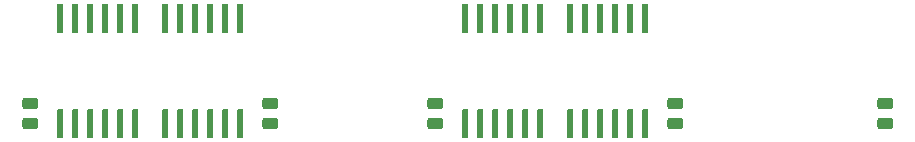
<source format=gtp>
G04 #@! TF.GenerationSoftware,KiCad,Pcbnew,(5.1.5-0-10_14)*
G04 #@! TF.CreationDate,2020-12-26T22:03:59-05:00*
G04 #@! TF.ProjectId,simm-30-4mb,73696d6d-2d33-4302-9d34-6d622e6b6963,rev?*
G04 #@! TF.SameCoordinates,Original*
G04 #@! TF.FileFunction,Paste,Top*
G04 #@! TF.FilePolarity,Positive*
%FSLAX46Y46*%
G04 Gerber Fmt 4.6, Leading zero omitted, Abs format (unit mm)*
G04 Created by KiCad (PCBNEW (5.1.5-0-10_14)) date 2020-12-26 22:03:59*
%MOMM*%
%LPD*%
G04 APERTURE LIST*
%ADD10C,0.100000*%
G04 APERTURE END LIST*
D10*
G36*
X122070977Y-92887662D02*
G01*
X122084325Y-92889642D01*
X122097414Y-92892921D01*
X122110119Y-92897467D01*
X122122317Y-92903236D01*
X122133891Y-92910173D01*
X122144729Y-92918211D01*
X122154727Y-92927273D01*
X122163789Y-92937271D01*
X122171827Y-92948109D01*
X122178764Y-92959683D01*
X122184533Y-92971881D01*
X122189079Y-92984586D01*
X122192358Y-92997675D01*
X122194338Y-93011023D01*
X122195000Y-93024500D01*
X122195000Y-95199500D01*
X122194338Y-95212977D01*
X122192358Y-95226325D01*
X122189079Y-95239414D01*
X122184533Y-95252119D01*
X122178764Y-95264317D01*
X122171827Y-95275891D01*
X122163789Y-95286729D01*
X122154727Y-95296727D01*
X122144729Y-95305789D01*
X122133891Y-95313827D01*
X122122317Y-95320764D01*
X122110119Y-95326533D01*
X122097414Y-95331079D01*
X122084325Y-95334358D01*
X122070977Y-95336338D01*
X122057500Y-95337000D01*
X121782500Y-95337000D01*
X121769023Y-95336338D01*
X121755675Y-95334358D01*
X121742586Y-95331079D01*
X121729881Y-95326533D01*
X121717683Y-95320764D01*
X121706109Y-95313827D01*
X121695271Y-95305789D01*
X121685273Y-95296727D01*
X121676211Y-95286729D01*
X121668173Y-95275891D01*
X121661236Y-95264317D01*
X121655467Y-95252119D01*
X121650921Y-95239414D01*
X121647642Y-95226325D01*
X121645662Y-95212977D01*
X121645000Y-95199500D01*
X121645000Y-93024500D01*
X121645662Y-93011023D01*
X121647642Y-92997675D01*
X121650921Y-92984586D01*
X121655467Y-92971881D01*
X121661236Y-92959683D01*
X121668173Y-92948109D01*
X121676211Y-92937271D01*
X121685273Y-92927273D01*
X121695271Y-92918211D01*
X121706109Y-92910173D01*
X121717683Y-92903236D01*
X121729881Y-92897467D01*
X121742586Y-92892921D01*
X121755675Y-92889642D01*
X121769023Y-92887662D01*
X121782500Y-92887000D01*
X122057500Y-92887000D01*
X122070977Y-92887662D01*
G37*
G36*
X123340977Y-92887662D02*
G01*
X123354325Y-92889642D01*
X123367414Y-92892921D01*
X123380119Y-92897467D01*
X123392317Y-92903236D01*
X123403891Y-92910173D01*
X123414729Y-92918211D01*
X123424727Y-92927273D01*
X123433789Y-92937271D01*
X123441827Y-92948109D01*
X123448764Y-92959683D01*
X123454533Y-92971881D01*
X123459079Y-92984586D01*
X123462358Y-92997675D01*
X123464338Y-93011023D01*
X123465000Y-93024500D01*
X123465000Y-95199500D01*
X123464338Y-95212977D01*
X123462358Y-95226325D01*
X123459079Y-95239414D01*
X123454533Y-95252119D01*
X123448764Y-95264317D01*
X123441827Y-95275891D01*
X123433789Y-95286729D01*
X123424727Y-95296727D01*
X123414729Y-95305789D01*
X123403891Y-95313827D01*
X123392317Y-95320764D01*
X123380119Y-95326533D01*
X123367414Y-95331079D01*
X123354325Y-95334358D01*
X123340977Y-95336338D01*
X123327500Y-95337000D01*
X123052500Y-95337000D01*
X123039023Y-95336338D01*
X123025675Y-95334358D01*
X123012586Y-95331079D01*
X122999881Y-95326533D01*
X122987683Y-95320764D01*
X122976109Y-95313827D01*
X122965271Y-95305789D01*
X122955273Y-95296727D01*
X122946211Y-95286729D01*
X122938173Y-95275891D01*
X122931236Y-95264317D01*
X122925467Y-95252119D01*
X122920921Y-95239414D01*
X122917642Y-95226325D01*
X122915662Y-95212977D01*
X122915000Y-95199500D01*
X122915000Y-93024500D01*
X122915662Y-93011023D01*
X122917642Y-92997675D01*
X122920921Y-92984586D01*
X122925467Y-92971881D01*
X122931236Y-92959683D01*
X122938173Y-92948109D01*
X122946211Y-92937271D01*
X122955273Y-92927273D01*
X122965271Y-92918211D01*
X122976109Y-92910173D01*
X122987683Y-92903236D01*
X122999881Y-92897467D01*
X123012586Y-92892921D01*
X123025675Y-92889642D01*
X123039023Y-92887662D01*
X123052500Y-92887000D01*
X123327500Y-92887000D01*
X123340977Y-92887662D01*
G37*
G36*
X124610977Y-92887662D02*
G01*
X124624325Y-92889642D01*
X124637414Y-92892921D01*
X124650119Y-92897467D01*
X124662317Y-92903236D01*
X124673891Y-92910173D01*
X124684729Y-92918211D01*
X124694727Y-92927273D01*
X124703789Y-92937271D01*
X124711827Y-92948109D01*
X124718764Y-92959683D01*
X124724533Y-92971881D01*
X124729079Y-92984586D01*
X124732358Y-92997675D01*
X124734338Y-93011023D01*
X124735000Y-93024500D01*
X124735000Y-95199500D01*
X124734338Y-95212977D01*
X124732358Y-95226325D01*
X124729079Y-95239414D01*
X124724533Y-95252119D01*
X124718764Y-95264317D01*
X124711827Y-95275891D01*
X124703789Y-95286729D01*
X124694727Y-95296727D01*
X124684729Y-95305789D01*
X124673891Y-95313827D01*
X124662317Y-95320764D01*
X124650119Y-95326533D01*
X124637414Y-95331079D01*
X124624325Y-95334358D01*
X124610977Y-95336338D01*
X124597500Y-95337000D01*
X124322500Y-95337000D01*
X124309023Y-95336338D01*
X124295675Y-95334358D01*
X124282586Y-95331079D01*
X124269881Y-95326533D01*
X124257683Y-95320764D01*
X124246109Y-95313827D01*
X124235271Y-95305789D01*
X124225273Y-95296727D01*
X124216211Y-95286729D01*
X124208173Y-95275891D01*
X124201236Y-95264317D01*
X124195467Y-95252119D01*
X124190921Y-95239414D01*
X124187642Y-95226325D01*
X124185662Y-95212977D01*
X124185000Y-95199500D01*
X124185000Y-93024500D01*
X124185662Y-93011023D01*
X124187642Y-92997675D01*
X124190921Y-92984586D01*
X124195467Y-92971881D01*
X124201236Y-92959683D01*
X124208173Y-92948109D01*
X124216211Y-92937271D01*
X124225273Y-92927273D01*
X124235271Y-92918211D01*
X124246109Y-92910173D01*
X124257683Y-92903236D01*
X124269881Y-92897467D01*
X124282586Y-92892921D01*
X124295675Y-92889642D01*
X124309023Y-92887662D01*
X124322500Y-92887000D01*
X124597500Y-92887000D01*
X124610977Y-92887662D01*
G37*
G36*
X125880977Y-92887662D02*
G01*
X125894325Y-92889642D01*
X125907414Y-92892921D01*
X125920119Y-92897467D01*
X125932317Y-92903236D01*
X125943891Y-92910173D01*
X125954729Y-92918211D01*
X125964727Y-92927273D01*
X125973789Y-92937271D01*
X125981827Y-92948109D01*
X125988764Y-92959683D01*
X125994533Y-92971881D01*
X125999079Y-92984586D01*
X126002358Y-92997675D01*
X126004338Y-93011023D01*
X126005000Y-93024500D01*
X126005000Y-95199500D01*
X126004338Y-95212977D01*
X126002358Y-95226325D01*
X125999079Y-95239414D01*
X125994533Y-95252119D01*
X125988764Y-95264317D01*
X125981827Y-95275891D01*
X125973789Y-95286729D01*
X125964727Y-95296727D01*
X125954729Y-95305789D01*
X125943891Y-95313827D01*
X125932317Y-95320764D01*
X125920119Y-95326533D01*
X125907414Y-95331079D01*
X125894325Y-95334358D01*
X125880977Y-95336338D01*
X125867500Y-95337000D01*
X125592500Y-95337000D01*
X125579023Y-95336338D01*
X125565675Y-95334358D01*
X125552586Y-95331079D01*
X125539881Y-95326533D01*
X125527683Y-95320764D01*
X125516109Y-95313827D01*
X125505271Y-95305789D01*
X125495273Y-95296727D01*
X125486211Y-95286729D01*
X125478173Y-95275891D01*
X125471236Y-95264317D01*
X125465467Y-95252119D01*
X125460921Y-95239414D01*
X125457642Y-95226325D01*
X125455662Y-95212977D01*
X125455000Y-95199500D01*
X125455000Y-93024500D01*
X125455662Y-93011023D01*
X125457642Y-92997675D01*
X125460921Y-92984586D01*
X125465467Y-92971881D01*
X125471236Y-92959683D01*
X125478173Y-92948109D01*
X125486211Y-92937271D01*
X125495273Y-92927273D01*
X125505271Y-92918211D01*
X125516109Y-92910173D01*
X125527683Y-92903236D01*
X125539881Y-92897467D01*
X125552586Y-92892921D01*
X125565675Y-92889642D01*
X125579023Y-92887662D01*
X125592500Y-92887000D01*
X125867500Y-92887000D01*
X125880977Y-92887662D01*
G37*
G36*
X127150977Y-92887662D02*
G01*
X127164325Y-92889642D01*
X127177414Y-92892921D01*
X127190119Y-92897467D01*
X127202317Y-92903236D01*
X127213891Y-92910173D01*
X127224729Y-92918211D01*
X127234727Y-92927273D01*
X127243789Y-92937271D01*
X127251827Y-92948109D01*
X127258764Y-92959683D01*
X127264533Y-92971881D01*
X127269079Y-92984586D01*
X127272358Y-92997675D01*
X127274338Y-93011023D01*
X127275000Y-93024500D01*
X127275000Y-95199500D01*
X127274338Y-95212977D01*
X127272358Y-95226325D01*
X127269079Y-95239414D01*
X127264533Y-95252119D01*
X127258764Y-95264317D01*
X127251827Y-95275891D01*
X127243789Y-95286729D01*
X127234727Y-95296727D01*
X127224729Y-95305789D01*
X127213891Y-95313827D01*
X127202317Y-95320764D01*
X127190119Y-95326533D01*
X127177414Y-95331079D01*
X127164325Y-95334358D01*
X127150977Y-95336338D01*
X127137500Y-95337000D01*
X126862500Y-95337000D01*
X126849023Y-95336338D01*
X126835675Y-95334358D01*
X126822586Y-95331079D01*
X126809881Y-95326533D01*
X126797683Y-95320764D01*
X126786109Y-95313827D01*
X126775271Y-95305789D01*
X126765273Y-95296727D01*
X126756211Y-95286729D01*
X126748173Y-95275891D01*
X126741236Y-95264317D01*
X126735467Y-95252119D01*
X126730921Y-95239414D01*
X126727642Y-95226325D01*
X126725662Y-95212977D01*
X126725000Y-95199500D01*
X126725000Y-93024500D01*
X126725662Y-93011023D01*
X126727642Y-92997675D01*
X126730921Y-92984586D01*
X126735467Y-92971881D01*
X126741236Y-92959683D01*
X126748173Y-92948109D01*
X126756211Y-92937271D01*
X126765273Y-92927273D01*
X126775271Y-92918211D01*
X126786109Y-92910173D01*
X126797683Y-92903236D01*
X126809881Y-92897467D01*
X126822586Y-92892921D01*
X126835675Y-92889642D01*
X126849023Y-92887662D01*
X126862500Y-92887000D01*
X127137500Y-92887000D01*
X127150977Y-92887662D01*
G37*
G36*
X128420977Y-92887662D02*
G01*
X128434325Y-92889642D01*
X128447414Y-92892921D01*
X128460119Y-92897467D01*
X128472317Y-92903236D01*
X128483891Y-92910173D01*
X128494729Y-92918211D01*
X128504727Y-92927273D01*
X128513789Y-92937271D01*
X128521827Y-92948109D01*
X128528764Y-92959683D01*
X128534533Y-92971881D01*
X128539079Y-92984586D01*
X128542358Y-92997675D01*
X128544338Y-93011023D01*
X128545000Y-93024500D01*
X128545000Y-95199500D01*
X128544338Y-95212977D01*
X128542358Y-95226325D01*
X128539079Y-95239414D01*
X128534533Y-95252119D01*
X128528764Y-95264317D01*
X128521827Y-95275891D01*
X128513789Y-95286729D01*
X128504727Y-95296727D01*
X128494729Y-95305789D01*
X128483891Y-95313827D01*
X128472317Y-95320764D01*
X128460119Y-95326533D01*
X128447414Y-95331079D01*
X128434325Y-95334358D01*
X128420977Y-95336338D01*
X128407500Y-95337000D01*
X128132500Y-95337000D01*
X128119023Y-95336338D01*
X128105675Y-95334358D01*
X128092586Y-95331079D01*
X128079881Y-95326533D01*
X128067683Y-95320764D01*
X128056109Y-95313827D01*
X128045271Y-95305789D01*
X128035273Y-95296727D01*
X128026211Y-95286729D01*
X128018173Y-95275891D01*
X128011236Y-95264317D01*
X128005467Y-95252119D01*
X128000921Y-95239414D01*
X127997642Y-95226325D01*
X127995662Y-95212977D01*
X127995000Y-95199500D01*
X127995000Y-93024500D01*
X127995662Y-93011023D01*
X127997642Y-92997675D01*
X128000921Y-92984586D01*
X128005467Y-92971881D01*
X128011236Y-92959683D01*
X128018173Y-92948109D01*
X128026211Y-92937271D01*
X128035273Y-92927273D01*
X128045271Y-92918211D01*
X128056109Y-92910173D01*
X128067683Y-92903236D01*
X128079881Y-92897467D01*
X128092586Y-92892921D01*
X128105675Y-92889642D01*
X128119023Y-92887662D01*
X128132500Y-92887000D01*
X128407500Y-92887000D01*
X128420977Y-92887662D01*
G37*
G36*
X130960977Y-92887662D02*
G01*
X130974325Y-92889642D01*
X130987414Y-92892921D01*
X131000119Y-92897467D01*
X131012317Y-92903236D01*
X131023891Y-92910173D01*
X131034729Y-92918211D01*
X131044727Y-92927273D01*
X131053789Y-92937271D01*
X131061827Y-92948109D01*
X131068764Y-92959683D01*
X131074533Y-92971881D01*
X131079079Y-92984586D01*
X131082358Y-92997675D01*
X131084338Y-93011023D01*
X131085000Y-93024500D01*
X131085000Y-95199500D01*
X131084338Y-95212977D01*
X131082358Y-95226325D01*
X131079079Y-95239414D01*
X131074533Y-95252119D01*
X131068764Y-95264317D01*
X131061827Y-95275891D01*
X131053789Y-95286729D01*
X131044727Y-95296727D01*
X131034729Y-95305789D01*
X131023891Y-95313827D01*
X131012317Y-95320764D01*
X131000119Y-95326533D01*
X130987414Y-95331079D01*
X130974325Y-95334358D01*
X130960977Y-95336338D01*
X130947500Y-95337000D01*
X130672500Y-95337000D01*
X130659023Y-95336338D01*
X130645675Y-95334358D01*
X130632586Y-95331079D01*
X130619881Y-95326533D01*
X130607683Y-95320764D01*
X130596109Y-95313827D01*
X130585271Y-95305789D01*
X130575273Y-95296727D01*
X130566211Y-95286729D01*
X130558173Y-95275891D01*
X130551236Y-95264317D01*
X130545467Y-95252119D01*
X130540921Y-95239414D01*
X130537642Y-95226325D01*
X130535662Y-95212977D01*
X130535000Y-95199500D01*
X130535000Y-93024500D01*
X130535662Y-93011023D01*
X130537642Y-92997675D01*
X130540921Y-92984586D01*
X130545467Y-92971881D01*
X130551236Y-92959683D01*
X130558173Y-92948109D01*
X130566211Y-92937271D01*
X130575273Y-92927273D01*
X130585271Y-92918211D01*
X130596109Y-92910173D01*
X130607683Y-92903236D01*
X130619881Y-92897467D01*
X130632586Y-92892921D01*
X130645675Y-92889642D01*
X130659023Y-92887662D01*
X130672500Y-92887000D01*
X130947500Y-92887000D01*
X130960977Y-92887662D01*
G37*
G36*
X132230977Y-92887662D02*
G01*
X132244325Y-92889642D01*
X132257414Y-92892921D01*
X132270119Y-92897467D01*
X132282317Y-92903236D01*
X132293891Y-92910173D01*
X132304729Y-92918211D01*
X132314727Y-92927273D01*
X132323789Y-92937271D01*
X132331827Y-92948109D01*
X132338764Y-92959683D01*
X132344533Y-92971881D01*
X132349079Y-92984586D01*
X132352358Y-92997675D01*
X132354338Y-93011023D01*
X132355000Y-93024500D01*
X132355000Y-95199500D01*
X132354338Y-95212977D01*
X132352358Y-95226325D01*
X132349079Y-95239414D01*
X132344533Y-95252119D01*
X132338764Y-95264317D01*
X132331827Y-95275891D01*
X132323789Y-95286729D01*
X132314727Y-95296727D01*
X132304729Y-95305789D01*
X132293891Y-95313827D01*
X132282317Y-95320764D01*
X132270119Y-95326533D01*
X132257414Y-95331079D01*
X132244325Y-95334358D01*
X132230977Y-95336338D01*
X132217500Y-95337000D01*
X131942500Y-95337000D01*
X131929023Y-95336338D01*
X131915675Y-95334358D01*
X131902586Y-95331079D01*
X131889881Y-95326533D01*
X131877683Y-95320764D01*
X131866109Y-95313827D01*
X131855271Y-95305789D01*
X131845273Y-95296727D01*
X131836211Y-95286729D01*
X131828173Y-95275891D01*
X131821236Y-95264317D01*
X131815467Y-95252119D01*
X131810921Y-95239414D01*
X131807642Y-95226325D01*
X131805662Y-95212977D01*
X131805000Y-95199500D01*
X131805000Y-93024500D01*
X131805662Y-93011023D01*
X131807642Y-92997675D01*
X131810921Y-92984586D01*
X131815467Y-92971881D01*
X131821236Y-92959683D01*
X131828173Y-92948109D01*
X131836211Y-92937271D01*
X131845273Y-92927273D01*
X131855271Y-92918211D01*
X131866109Y-92910173D01*
X131877683Y-92903236D01*
X131889881Y-92897467D01*
X131902586Y-92892921D01*
X131915675Y-92889642D01*
X131929023Y-92887662D01*
X131942500Y-92887000D01*
X132217500Y-92887000D01*
X132230977Y-92887662D01*
G37*
G36*
X133500977Y-92887662D02*
G01*
X133514325Y-92889642D01*
X133527414Y-92892921D01*
X133540119Y-92897467D01*
X133552317Y-92903236D01*
X133563891Y-92910173D01*
X133574729Y-92918211D01*
X133584727Y-92927273D01*
X133593789Y-92937271D01*
X133601827Y-92948109D01*
X133608764Y-92959683D01*
X133614533Y-92971881D01*
X133619079Y-92984586D01*
X133622358Y-92997675D01*
X133624338Y-93011023D01*
X133625000Y-93024500D01*
X133625000Y-95199500D01*
X133624338Y-95212977D01*
X133622358Y-95226325D01*
X133619079Y-95239414D01*
X133614533Y-95252119D01*
X133608764Y-95264317D01*
X133601827Y-95275891D01*
X133593789Y-95286729D01*
X133584727Y-95296727D01*
X133574729Y-95305789D01*
X133563891Y-95313827D01*
X133552317Y-95320764D01*
X133540119Y-95326533D01*
X133527414Y-95331079D01*
X133514325Y-95334358D01*
X133500977Y-95336338D01*
X133487500Y-95337000D01*
X133212500Y-95337000D01*
X133199023Y-95336338D01*
X133185675Y-95334358D01*
X133172586Y-95331079D01*
X133159881Y-95326533D01*
X133147683Y-95320764D01*
X133136109Y-95313827D01*
X133125271Y-95305789D01*
X133115273Y-95296727D01*
X133106211Y-95286729D01*
X133098173Y-95275891D01*
X133091236Y-95264317D01*
X133085467Y-95252119D01*
X133080921Y-95239414D01*
X133077642Y-95226325D01*
X133075662Y-95212977D01*
X133075000Y-95199500D01*
X133075000Y-93024500D01*
X133075662Y-93011023D01*
X133077642Y-92997675D01*
X133080921Y-92984586D01*
X133085467Y-92971881D01*
X133091236Y-92959683D01*
X133098173Y-92948109D01*
X133106211Y-92937271D01*
X133115273Y-92927273D01*
X133125271Y-92918211D01*
X133136109Y-92910173D01*
X133147683Y-92903236D01*
X133159881Y-92897467D01*
X133172586Y-92892921D01*
X133185675Y-92889642D01*
X133199023Y-92887662D01*
X133212500Y-92887000D01*
X133487500Y-92887000D01*
X133500977Y-92887662D01*
G37*
G36*
X134770977Y-92887662D02*
G01*
X134784325Y-92889642D01*
X134797414Y-92892921D01*
X134810119Y-92897467D01*
X134822317Y-92903236D01*
X134833891Y-92910173D01*
X134844729Y-92918211D01*
X134854727Y-92927273D01*
X134863789Y-92937271D01*
X134871827Y-92948109D01*
X134878764Y-92959683D01*
X134884533Y-92971881D01*
X134889079Y-92984586D01*
X134892358Y-92997675D01*
X134894338Y-93011023D01*
X134895000Y-93024500D01*
X134895000Y-95199500D01*
X134894338Y-95212977D01*
X134892358Y-95226325D01*
X134889079Y-95239414D01*
X134884533Y-95252119D01*
X134878764Y-95264317D01*
X134871827Y-95275891D01*
X134863789Y-95286729D01*
X134854727Y-95296727D01*
X134844729Y-95305789D01*
X134833891Y-95313827D01*
X134822317Y-95320764D01*
X134810119Y-95326533D01*
X134797414Y-95331079D01*
X134784325Y-95334358D01*
X134770977Y-95336338D01*
X134757500Y-95337000D01*
X134482500Y-95337000D01*
X134469023Y-95336338D01*
X134455675Y-95334358D01*
X134442586Y-95331079D01*
X134429881Y-95326533D01*
X134417683Y-95320764D01*
X134406109Y-95313827D01*
X134395271Y-95305789D01*
X134385273Y-95296727D01*
X134376211Y-95286729D01*
X134368173Y-95275891D01*
X134361236Y-95264317D01*
X134355467Y-95252119D01*
X134350921Y-95239414D01*
X134347642Y-95226325D01*
X134345662Y-95212977D01*
X134345000Y-95199500D01*
X134345000Y-93024500D01*
X134345662Y-93011023D01*
X134347642Y-92997675D01*
X134350921Y-92984586D01*
X134355467Y-92971881D01*
X134361236Y-92959683D01*
X134368173Y-92948109D01*
X134376211Y-92937271D01*
X134385273Y-92927273D01*
X134395271Y-92918211D01*
X134406109Y-92910173D01*
X134417683Y-92903236D01*
X134429881Y-92897467D01*
X134442586Y-92892921D01*
X134455675Y-92889642D01*
X134469023Y-92887662D01*
X134482500Y-92887000D01*
X134757500Y-92887000D01*
X134770977Y-92887662D01*
G37*
G36*
X136040977Y-92887662D02*
G01*
X136054325Y-92889642D01*
X136067414Y-92892921D01*
X136080119Y-92897467D01*
X136092317Y-92903236D01*
X136103891Y-92910173D01*
X136114729Y-92918211D01*
X136124727Y-92927273D01*
X136133789Y-92937271D01*
X136141827Y-92948109D01*
X136148764Y-92959683D01*
X136154533Y-92971881D01*
X136159079Y-92984586D01*
X136162358Y-92997675D01*
X136164338Y-93011023D01*
X136165000Y-93024500D01*
X136165000Y-95199500D01*
X136164338Y-95212977D01*
X136162358Y-95226325D01*
X136159079Y-95239414D01*
X136154533Y-95252119D01*
X136148764Y-95264317D01*
X136141827Y-95275891D01*
X136133789Y-95286729D01*
X136124727Y-95296727D01*
X136114729Y-95305789D01*
X136103891Y-95313827D01*
X136092317Y-95320764D01*
X136080119Y-95326533D01*
X136067414Y-95331079D01*
X136054325Y-95334358D01*
X136040977Y-95336338D01*
X136027500Y-95337000D01*
X135752500Y-95337000D01*
X135739023Y-95336338D01*
X135725675Y-95334358D01*
X135712586Y-95331079D01*
X135699881Y-95326533D01*
X135687683Y-95320764D01*
X135676109Y-95313827D01*
X135665271Y-95305789D01*
X135655273Y-95296727D01*
X135646211Y-95286729D01*
X135638173Y-95275891D01*
X135631236Y-95264317D01*
X135625467Y-95252119D01*
X135620921Y-95239414D01*
X135617642Y-95226325D01*
X135615662Y-95212977D01*
X135615000Y-95199500D01*
X135615000Y-93024500D01*
X135615662Y-93011023D01*
X135617642Y-92997675D01*
X135620921Y-92984586D01*
X135625467Y-92971881D01*
X135631236Y-92959683D01*
X135638173Y-92948109D01*
X135646211Y-92937271D01*
X135655273Y-92927273D01*
X135665271Y-92918211D01*
X135676109Y-92910173D01*
X135687683Y-92903236D01*
X135699881Y-92897467D01*
X135712586Y-92892921D01*
X135725675Y-92889642D01*
X135739023Y-92887662D01*
X135752500Y-92887000D01*
X136027500Y-92887000D01*
X136040977Y-92887662D01*
G37*
G36*
X137310977Y-92887662D02*
G01*
X137324325Y-92889642D01*
X137337414Y-92892921D01*
X137350119Y-92897467D01*
X137362317Y-92903236D01*
X137373891Y-92910173D01*
X137384729Y-92918211D01*
X137394727Y-92927273D01*
X137403789Y-92937271D01*
X137411827Y-92948109D01*
X137418764Y-92959683D01*
X137424533Y-92971881D01*
X137429079Y-92984586D01*
X137432358Y-92997675D01*
X137434338Y-93011023D01*
X137435000Y-93024500D01*
X137435000Y-95199500D01*
X137434338Y-95212977D01*
X137432358Y-95226325D01*
X137429079Y-95239414D01*
X137424533Y-95252119D01*
X137418764Y-95264317D01*
X137411827Y-95275891D01*
X137403789Y-95286729D01*
X137394727Y-95296727D01*
X137384729Y-95305789D01*
X137373891Y-95313827D01*
X137362317Y-95320764D01*
X137350119Y-95326533D01*
X137337414Y-95331079D01*
X137324325Y-95334358D01*
X137310977Y-95336338D01*
X137297500Y-95337000D01*
X137022500Y-95337000D01*
X137009023Y-95336338D01*
X136995675Y-95334358D01*
X136982586Y-95331079D01*
X136969881Y-95326533D01*
X136957683Y-95320764D01*
X136946109Y-95313827D01*
X136935271Y-95305789D01*
X136925273Y-95296727D01*
X136916211Y-95286729D01*
X136908173Y-95275891D01*
X136901236Y-95264317D01*
X136895467Y-95252119D01*
X136890921Y-95239414D01*
X136887642Y-95226325D01*
X136885662Y-95212977D01*
X136885000Y-95199500D01*
X136885000Y-93024500D01*
X136885662Y-93011023D01*
X136887642Y-92997675D01*
X136890921Y-92984586D01*
X136895467Y-92971881D01*
X136901236Y-92959683D01*
X136908173Y-92948109D01*
X136916211Y-92937271D01*
X136925273Y-92927273D01*
X136935271Y-92918211D01*
X136946109Y-92910173D01*
X136957683Y-92903236D01*
X136969881Y-92897467D01*
X136982586Y-92892921D01*
X136995675Y-92889642D01*
X137009023Y-92887662D01*
X137022500Y-92887000D01*
X137297500Y-92887000D01*
X137310977Y-92887662D01*
G37*
G36*
X137310977Y-83987662D02*
G01*
X137324325Y-83989642D01*
X137337414Y-83992921D01*
X137350119Y-83997467D01*
X137362317Y-84003236D01*
X137373891Y-84010173D01*
X137384729Y-84018211D01*
X137394727Y-84027273D01*
X137403789Y-84037271D01*
X137411827Y-84048109D01*
X137418764Y-84059683D01*
X137424533Y-84071881D01*
X137429079Y-84084586D01*
X137432358Y-84097675D01*
X137434338Y-84111023D01*
X137435000Y-84124500D01*
X137435000Y-86299500D01*
X137434338Y-86312977D01*
X137432358Y-86326325D01*
X137429079Y-86339414D01*
X137424533Y-86352119D01*
X137418764Y-86364317D01*
X137411827Y-86375891D01*
X137403789Y-86386729D01*
X137394727Y-86396727D01*
X137384729Y-86405789D01*
X137373891Y-86413827D01*
X137362317Y-86420764D01*
X137350119Y-86426533D01*
X137337414Y-86431079D01*
X137324325Y-86434358D01*
X137310977Y-86436338D01*
X137297500Y-86437000D01*
X137022500Y-86437000D01*
X137009023Y-86436338D01*
X136995675Y-86434358D01*
X136982586Y-86431079D01*
X136969881Y-86426533D01*
X136957683Y-86420764D01*
X136946109Y-86413827D01*
X136935271Y-86405789D01*
X136925273Y-86396727D01*
X136916211Y-86386729D01*
X136908173Y-86375891D01*
X136901236Y-86364317D01*
X136895467Y-86352119D01*
X136890921Y-86339414D01*
X136887642Y-86326325D01*
X136885662Y-86312977D01*
X136885000Y-86299500D01*
X136885000Y-84124500D01*
X136885662Y-84111023D01*
X136887642Y-84097675D01*
X136890921Y-84084586D01*
X136895467Y-84071881D01*
X136901236Y-84059683D01*
X136908173Y-84048109D01*
X136916211Y-84037271D01*
X136925273Y-84027273D01*
X136935271Y-84018211D01*
X136946109Y-84010173D01*
X136957683Y-84003236D01*
X136969881Y-83997467D01*
X136982586Y-83992921D01*
X136995675Y-83989642D01*
X137009023Y-83987662D01*
X137022500Y-83987000D01*
X137297500Y-83987000D01*
X137310977Y-83987662D01*
G37*
G36*
X136040977Y-83987662D02*
G01*
X136054325Y-83989642D01*
X136067414Y-83992921D01*
X136080119Y-83997467D01*
X136092317Y-84003236D01*
X136103891Y-84010173D01*
X136114729Y-84018211D01*
X136124727Y-84027273D01*
X136133789Y-84037271D01*
X136141827Y-84048109D01*
X136148764Y-84059683D01*
X136154533Y-84071881D01*
X136159079Y-84084586D01*
X136162358Y-84097675D01*
X136164338Y-84111023D01*
X136165000Y-84124500D01*
X136165000Y-86299500D01*
X136164338Y-86312977D01*
X136162358Y-86326325D01*
X136159079Y-86339414D01*
X136154533Y-86352119D01*
X136148764Y-86364317D01*
X136141827Y-86375891D01*
X136133789Y-86386729D01*
X136124727Y-86396727D01*
X136114729Y-86405789D01*
X136103891Y-86413827D01*
X136092317Y-86420764D01*
X136080119Y-86426533D01*
X136067414Y-86431079D01*
X136054325Y-86434358D01*
X136040977Y-86436338D01*
X136027500Y-86437000D01*
X135752500Y-86437000D01*
X135739023Y-86436338D01*
X135725675Y-86434358D01*
X135712586Y-86431079D01*
X135699881Y-86426533D01*
X135687683Y-86420764D01*
X135676109Y-86413827D01*
X135665271Y-86405789D01*
X135655273Y-86396727D01*
X135646211Y-86386729D01*
X135638173Y-86375891D01*
X135631236Y-86364317D01*
X135625467Y-86352119D01*
X135620921Y-86339414D01*
X135617642Y-86326325D01*
X135615662Y-86312977D01*
X135615000Y-86299500D01*
X135615000Y-84124500D01*
X135615662Y-84111023D01*
X135617642Y-84097675D01*
X135620921Y-84084586D01*
X135625467Y-84071881D01*
X135631236Y-84059683D01*
X135638173Y-84048109D01*
X135646211Y-84037271D01*
X135655273Y-84027273D01*
X135665271Y-84018211D01*
X135676109Y-84010173D01*
X135687683Y-84003236D01*
X135699881Y-83997467D01*
X135712586Y-83992921D01*
X135725675Y-83989642D01*
X135739023Y-83987662D01*
X135752500Y-83987000D01*
X136027500Y-83987000D01*
X136040977Y-83987662D01*
G37*
G36*
X134770977Y-83987662D02*
G01*
X134784325Y-83989642D01*
X134797414Y-83992921D01*
X134810119Y-83997467D01*
X134822317Y-84003236D01*
X134833891Y-84010173D01*
X134844729Y-84018211D01*
X134854727Y-84027273D01*
X134863789Y-84037271D01*
X134871827Y-84048109D01*
X134878764Y-84059683D01*
X134884533Y-84071881D01*
X134889079Y-84084586D01*
X134892358Y-84097675D01*
X134894338Y-84111023D01*
X134895000Y-84124500D01*
X134895000Y-86299500D01*
X134894338Y-86312977D01*
X134892358Y-86326325D01*
X134889079Y-86339414D01*
X134884533Y-86352119D01*
X134878764Y-86364317D01*
X134871827Y-86375891D01*
X134863789Y-86386729D01*
X134854727Y-86396727D01*
X134844729Y-86405789D01*
X134833891Y-86413827D01*
X134822317Y-86420764D01*
X134810119Y-86426533D01*
X134797414Y-86431079D01*
X134784325Y-86434358D01*
X134770977Y-86436338D01*
X134757500Y-86437000D01*
X134482500Y-86437000D01*
X134469023Y-86436338D01*
X134455675Y-86434358D01*
X134442586Y-86431079D01*
X134429881Y-86426533D01*
X134417683Y-86420764D01*
X134406109Y-86413827D01*
X134395271Y-86405789D01*
X134385273Y-86396727D01*
X134376211Y-86386729D01*
X134368173Y-86375891D01*
X134361236Y-86364317D01*
X134355467Y-86352119D01*
X134350921Y-86339414D01*
X134347642Y-86326325D01*
X134345662Y-86312977D01*
X134345000Y-86299500D01*
X134345000Y-84124500D01*
X134345662Y-84111023D01*
X134347642Y-84097675D01*
X134350921Y-84084586D01*
X134355467Y-84071881D01*
X134361236Y-84059683D01*
X134368173Y-84048109D01*
X134376211Y-84037271D01*
X134385273Y-84027273D01*
X134395271Y-84018211D01*
X134406109Y-84010173D01*
X134417683Y-84003236D01*
X134429881Y-83997467D01*
X134442586Y-83992921D01*
X134455675Y-83989642D01*
X134469023Y-83987662D01*
X134482500Y-83987000D01*
X134757500Y-83987000D01*
X134770977Y-83987662D01*
G37*
G36*
X133500977Y-83987662D02*
G01*
X133514325Y-83989642D01*
X133527414Y-83992921D01*
X133540119Y-83997467D01*
X133552317Y-84003236D01*
X133563891Y-84010173D01*
X133574729Y-84018211D01*
X133584727Y-84027273D01*
X133593789Y-84037271D01*
X133601827Y-84048109D01*
X133608764Y-84059683D01*
X133614533Y-84071881D01*
X133619079Y-84084586D01*
X133622358Y-84097675D01*
X133624338Y-84111023D01*
X133625000Y-84124500D01*
X133625000Y-86299500D01*
X133624338Y-86312977D01*
X133622358Y-86326325D01*
X133619079Y-86339414D01*
X133614533Y-86352119D01*
X133608764Y-86364317D01*
X133601827Y-86375891D01*
X133593789Y-86386729D01*
X133584727Y-86396727D01*
X133574729Y-86405789D01*
X133563891Y-86413827D01*
X133552317Y-86420764D01*
X133540119Y-86426533D01*
X133527414Y-86431079D01*
X133514325Y-86434358D01*
X133500977Y-86436338D01*
X133487500Y-86437000D01*
X133212500Y-86437000D01*
X133199023Y-86436338D01*
X133185675Y-86434358D01*
X133172586Y-86431079D01*
X133159881Y-86426533D01*
X133147683Y-86420764D01*
X133136109Y-86413827D01*
X133125271Y-86405789D01*
X133115273Y-86396727D01*
X133106211Y-86386729D01*
X133098173Y-86375891D01*
X133091236Y-86364317D01*
X133085467Y-86352119D01*
X133080921Y-86339414D01*
X133077642Y-86326325D01*
X133075662Y-86312977D01*
X133075000Y-86299500D01*
X133075000Y-84124500D01*
X133075662Y-84111023D01*
X133077642Y-84097675D01*
X133080921Y-84084586D01*
X133085467Y-84071881D01*
X133091236Y-84059683D01*
X133098173Y-84048109D01*
X133106211Y-84037271D01*
X133115273Y-84027273D01*
X133125271Y-84018211D01*
X133136109Y-84010173D01*
X133147683Y-84003236D01*
X133159881Y-83997467D01*
X133172586Y-83992921D01*
X133185675Y-83989642D01*
X133199023Y-83987662D01*
X133212500Y-83987000D01*
X133487500Y-83987000D01*
X133500977Y-83987662D01*
G37*
G36*
X132230977Y-83987662D02*
G01*
X132244325Y-83989642D01*
X132257414Y-83992921D01*
X132270119Y-83997467D01*
X132282317Y-84003236D01*
X132293891Y-84010173D01*
X132304729Y-84018211D01*
X132314727Y-84027273D01*
X132323789Y-84037271D01*
X132331827Y-84048109D01*
X132338764Y-84059683D01*
X132344533Y-84071881D01*
X132349079Y-84084586D01*
X132352358Y-84097675D01*
X132354338Y-84111023D01*
X132355000Y-84124500D01*
X132355000Y-86299500D01*
X132354338Y-86312977D01*
X132352358Y-86326325D01*
X132349079Y-86339414D01*
X132344533Y-86352119D01*
X132338764Y-86364317D01*
X132331827Y-86375891D01*
X132323789Y-86386729D01*
X132314727Y-86396727D01*
X132304729Y-86405789D01*
X132293891Y-86413827D01*
X132282317Y-86420764D01*
X132270119Y-86426533D01*
X132257414Y-86431079D01*
X132244325Y-86434358D01*
X132230977Y-86436338D01*
X132217500Y-86437000D01*
X131942500Y-86437000D01*
X131929023Y-86436338D01*
X131915675Y-86434358D01*
X131902586Y-86431079D01*
X131889881Y-86426533D01*
X131877683Y-86420764D01*
X131866109Y-86413827D01*
X131855271Y-86405789D01*
X131845273Y-86396727D01*
X131836211Y-86386729D01*
X131828173Y-86375891D01*
X131821236Y-86364317D01*
X131815467Y-86352119D01*
X131810921Y-86339414D01*
X131807642Y-86326325D01*
X131805662Y-86312977D01*
X131805000Y-86299500D01*
X131805000Y-84124500D01*
X131805662Y-84111023D01*
X131807642Y-84097675D01*
X131810921Y-84084586D01*
X131815467Y-84071881D01*
X131821236Y-84059683D01*
X131828173Y-84048109D01*
X131836211Y-84037271D01*
X131845273Y-84027273D01*
X131855271Y-84018211D01*
X131866109Y-84010173D01*
X131877683Y-84003236D01*
X131889881Y-83997467D01*
X131902586Y-83992921D01*
X131915675Y-83989642D01*
X131929023Y-83987662D01*
X131942500Y-83987000D01*
X132217500Y-83987000D01*
X132230977Y-83987662D01*
G37*
G36*
X130960977Y-83987662D02*
G01*
X130974325Y-83989642D01*
X130987414Y-83992921D01*
X131000119Y-83997467D01*
X131012317Y-84003236D01*
X131023891Y-84010173D01*
X131034729Y-84018211D01*
X131044727Y-84027273D01*
X131053789Y-84037271D01*
X131061827Y-84048109D01*
X131068764Y-84059683D01*
X131074533Y-84071881D01*
X131079079Y-84084586D01*
X131082358Y-84097675D01*
X131084338Y-84111023D01*
X131085000Y-84124500D01*
X131085000Y-86299500D01*
X131084338Y-86312977D01*
X131082358Y-86326325D01*
X131079079Y-86339414D01*
X131074533Y-86352119D01*
X131068764Y-86364317D01*
X131061827Y-86375891D01*
X131053789Y-86386729D01*
X131044727Y-86396727D01*
X131034729Y-86405789D01*
X131023891Y-86413827D01*
X131012317Y-86420764D01*
X131000119Y-86426533D01*
X130987414Y-86431079D01*
X130974325Y-86434358D01*
X130960977Y-86436338D01*
X130947500Y-86437000D01*
X130672500Y-86437000D01*
X130659023Y-86436338D01*
X130645675Y-86434358D01*
X130632586Y-86431079D01*
X130619881Y-86426533D01*
X130607683Y-86420764D01*
X130596109Y-86413827D01*
X130585271Y-86405789D01*
X130575273Y-86396727D01*
X130566211Y-86386729D01*
X130558173Y-86375891D01*
X130551236Y-86364317D01*
X130545467Y-86352119D01*
X130540921Y-86339414D01*
X130537642Y-86326325D01*
X130535662Y-86312977D01*
X130535000Y-86299500D01*
X130535000Y-84124500D01*
X130535662Y-84111023D01*
X130537642Y-84097675D01*
X130540921Y-84084586D01*
X130545467Y-84071881D01*
X130551236Y-84059683D01*
X130558173Y-84048109D01*
X130566211Y-84037271D01*
X130575273Y-84027273D01*
X130585271Y-84018211D01*
X130596109Y-84010173D01*
X130607683Y-84003236D01*
X130619881Y-83997467D01*
X130632586Y-83992921D01*
X130645675Y-83989642D01*
X130659023Y-83987662D01*
X130672500Y-83987000D01*
X130947500Y-83987000D01*
X130960977Y-83987662D01*
G37*
G36*
X128420977Y-83987662D02*
G01*
X128434325Y-83989642D01*
X128447414Y-83992921D01*
X128460119Y-83997467D01*
X128472317Y-84003236D01*
X128483891Y-84010173D01*
X128494729Y-84018211D01*
X128504727Y-84027273D01*
X128513789Y-84037271D01*
X128521827Y-84048109D01*
X128528764Y-84059683D01*
X128534533Y-84071881D01*
X128539079Y-84084586D01*
X128542358Y-84097675D01*
X128544338Y-84111023D01*
X128545000Y-84124500D01*
X128545000Y-86299500D01*
X128544338Y-86312977D01*
X128542358Y-86326325D01*
X128539079Y-86339414D01*
X128534533Y-86352119D01*
X128528764Y-86364317D01*
X128521827Y-86375891D01*
X128513789Y-86386729D01*
X128504727Y-86396727D01*
X128494729Y-86405789D01*
X128483891Y-86413827D01*
X128472317Y-86420764D01*
X128460119Y-86426533D01*
X128447414Y-86431079D01*
X128434325Y-86434358D01*
X128420977Y-86436338D01*
X128407500Y-86437000D01*
X128132500Y-86437000D01*
X128119023Y-86436338D01*
X128105675Y-86434358D01*
X128092586Y-86431079D01*
X128079881Y-86426533D01*
X128067683Y-86420764D01*
X128056109Y-86413827D01*
X128045271Y-86405789D01*
X128035273Y-86396727D01*
X128026211Y-86386729D01*
X128018173Y-86375891D01*
X128011236Y-86364317D01*
X128005467Y-86352119D01*
X128000921Y-86339414D01*
X127997642Y-86326325D01*
X127995662Y-86312977D01*
X127995000Y-86299500D01*
X127995000Y-84124500D01*
X127995662Y-84111023D01*
X127997642Y-84097675D01*
X128000921Y-84084586D01*
X128005467Y-84071881D01*
X128011236Y-84059683D01*
X128018173Y-84048109D01*
X128026211Y-84037271D01*
X128035273Y-84027273D01*
X128045271Y-84018211D01*
X128056109Y-84010173D01*
X128067683Y-84003236D01*
X128079881Y-83997467D01*
X128092586Y-83992921D01*
X128105675Y-83989642D01*
X128119023Y-83987662D01*
X128132500Y-83987000D01*
X128407500Y-83987000D01*
X128420977Y-83987662D01*
G37*
G36*
X127150977Y-83987662D02*
G01*
X127164325Y-83989642D01*
X127177414Y-83992921D01*
X127190119Y-83997467D01*
X127202317Y-84003236D01*
X127213891Y-84010173D01*
X127224729Y-84018211D01*
X127234727Y-84027273D01*
X127243789Y-84037271D01*
X127251827Y-84048109D01*
X127258764Y-84059683D01*
X127264533Y-84071881D01*
X127269079Y-84084586D01*
X127272358Y-84097675D01*
X127274338Y-84111023D01*
X127275000Y-84124500D01*
X127275000Y-86299500D01*
X127274338Y-86312977D01*
X127272358Y-86326325D01*
X127269079Y-86339414D01*
X127264533Y-86352119D01*
X127258764Y-86364317D01*
X127251827Y-86375891D01*
X127243789Y-86386729D01*
X127234727Y-86396727D01*
X127224729Y-86405789D01*
X127213891Y-86413827D01*
X127202317Y-86420764D01*
X127190119Y-86426533D01*
X127177414Y-86431079D01*
X127164325Y-86434358D01*
X127150977Y-86436338D01*
X127137500Y-86437000D01*
X126862500Y-86437000D01*
X126849023Y-86436338D01*
X126835675Y-86434358D01*
X126822586Y-86431079D01*
X126809881Y-86426533D01*
X126797683Y-86420764D01*
X126786109Y-86413827D01*
X126775271Y-86405789D01*
X126765273Y-86396727D01*
X126756211Y-86386729D01*
X126748173Y-86375891D01*
X126741236Y-86364317D01*
X126735467Y-86352119D01*
X126730921Y-86339414D01*
X126727642Y-86326325D01*
X126725662Y-86312977D01*
X126725000Y-86299500D01*
X126725000Y-84124500D01*
X126725662Y-84111023D01*
X126727642Y-84097675D01*
X126730921Y-84084586D01*
X126735467Y-84071881D01*
X126741236Y-84059683D01*
X126748173Y-84048109D01*
X126756211Y-84037271D01*
X126765273Y-84027273D01*
X126775271Y-84018211D01*
X126786109Y-84010173D01*
X126797683Y-84003236D01*
X126809881Y-83997467D01*
X126822586Y-83992921D01*
X126835675Y-83989642D01*
X126849023Y-83987662D01*
X126862500Y-83987000D01*
X127137500Y-83987000D01*
X127150977Y-83987662D01*
G37*
G36*
X125880977Y-83987662D02*
G01*
X125894325Y-83989642D01*
X125907414Y-83992921D01*
X125920119Y-83997467D01*
X125932317Y-84003236D01*
X125943891Y-84010173D01*
X125954729Y-84018211D01*
X125964727Y-84027273D01*
X125973789Y-84037271D01*
X125981827Y-84048109D01*
X125988764Y-84059683D01*
X125994533Y-84071881D01*
X125999079Y-84084586D01*
X126002358Y-84097675D01*
X126004338Y-84111023D01*
X126005000Y-84124500D01*
X126005000Y-86299500D01*
X126004338Y-86312977D01*
X126002358Y-86326325D01*
X125999079Y-86339414D01*
X125994533Y-86352119D01*
X125988764Y-86364317D01*
X125981827Y-86375891D01*
X125973789Y-86386729D01*
X125964727Y-86396727D01*
X125954729Y-86405789D01*
X125943891Y-86413827D01*
X125932317Y-86420764D01*
X125920119Y-86426533D01*
X125907414Y-86431079D01*
X125894325Y-86434358D01*
X125880977Y-86436338D01*
X125867500Y-86437000D01*
X125592500Y-86437000D01*
X125579023Y-86436338D01*
X125565675Y-86434358D01*
X125552586Y-86431079D01*
X125539881Y-86426533D01*
X125527683Y-86420764D01*
X125516109Y-86413827D01*
X125505271Y-86405789D01*
X125495273Y-86396727D01*
X125486211Y-86386729D01*
X125478173Y-86375891D01*
X125471236Y-86364317D01*
X125465467Y-86352119D01*
X125460921Y-86339414D01*
X125457642Y-86326325D01*
X125455662Y-86312977D01*
X125455000Y-86299500D01*
X125455000Y-84124500D01*
X125455662Y-84111023D01*
X125457642Y-84097675D01*
X125460921Y-84084586D01*
X125465467Y-84071881D01*
X125471236Y-84059683D01*
X125478173Y-84048109D01*
X125486211Y-84037271D01*
X125495273Y-84027273D01*
X125505271Y-84018211D01*
X125516109Y-84010173D01*
X125527683Y-84003236D01*
X125539881Y-83997467D01*
X125552586Y-83992921D01*
X125565675Y-83989642D01*
X125579023Y-83987662D01*
X125592500Y-83987000D01*
X125867500Y-83987000D01*
X125880977Y-83987662D01*
G37*
G36*
X124610977Y-83987662D02*
G01*
X124624325Y-83989642D01*
X124637414Y-83992921D01*
X124650119Y-83997467D01*
X124662317Y-84003236D01*
X124673891Y-84010173D01*
X124684729Y-84018211D01*
X124694727Y-84027273D01*
X124703789Y-84037271D01*
X124711827Y-84048109D01*
X124718764Y-84059683D01*
X124724533Y-84071881D01*
X124729079Y-84084586D01*
X124732358Y-84097675D01*
X124734338Y-84111023D01*
X124735000Y-84124500D01*
X124735000Y-86299500D01*
X124734338Y-86312977D01*
X124732358Y-86326325D01*
X124729079Y-86339414D01*
X124724533Y-86352119D01*
X124718764Y-86364317D01*
X124711827Y-86375891D01*
X124703789Y-86386729D01*
X124694727Y-86396727D01*
X124684729Y-86405789D01*
X124673891Y-86413827D01*
X124662317Y-86420764D01*
X124650119Y-86426533D01*
X124637414Y-86431079D01*
X124624325Y-86434358D01*
X124610977Y-86436338D01*
X124597500Y-86437000D01*
X124322500Y-86437000D01*
X124309023Y-86436338D01*
X124295675Y-86434358D01*
X124282586Y-86431079D01*
X124269881Y-86426533D01*
X124257683Y-86420764D01*
X124246109Y-86413827D01*
X124235271Y-86405789D01*
X124225273Y-86396727D01*
X124216211Y-86386729D01*
X124208173Y-86375891D01*
X124201236Y-86364317D01*
X124195467Y-86352119D01*
X124190921Y-86339414D01*
X124187642Y-86326325D01*
X124185662Y-86312977D01*
X124185000Y-86299500D01*
X124185000Y-84124500D01*
X124185662Y-84111023D01*
X124187642Y-84097675D01*
X124190921Y-84084586D01*
X124195467Y-84071881D01*
X124201236Y-84059683D01*
X124208173Y-84048109D01*
X124216211Y-84037271D01*
X124225273Y-84027273D01*
X124235271Y-84018211D01*
X124246109Y-84010173D01*
X124257683Y-84003236D01*
X124269881Y-83997467D01*
X124282586Y-83992921D01*
X124295675Y-83989642D01*
X124309023Y-83987662D01*
X124322500Y-83987000D01*
X124597500Y-83987000D01*
X124610977Y-83987662D01*
G37*
G36*
X123340977Y-83987662D02*
G01*
X123354325Y-83989642D01*
X123367414Y-83992921D01*
X123380119Y-83997467D01*
X123392317Y-84003236D01*
X123403891Y-84010173D01*
X123414729Y-84018211D01*
X123424727Y-84027273D01*
X123433789Y-84037271D01*
X123441827Y-84048109D01*
X123448764Y-84059683D01*
X123454533Y-84071881D01*
X123459079Y-84084586D01*
X123462358Y-84097675D01*
X123464338Y-84111023D01*
X123465000Y-84124500D01*
X123465000Y-86299500D01*
X123464338Y-86312977D01*
X123462358Y-86326325D01*
X123459079Y-86339414D01*
X123454533Y-86352119D01*
X123448764Y-86364317D01*
X123441827Y-86375891D01*
X123433789Y-86386729D01*
X123424727Y-86396727D01*
X123414729Y-86405789D01*
X123403891Y-86413827D01*
X123392317Y-86420764D01*
X123380119Y-86426533D01*
X123367414Y-86431079D01*
X123354325Y-86434358D01*
X123340977Y-86436338D01*
X123327500Y-86437000D01*
X123052500Y-86437000D01*
X123039023Y-86436338D01*
X123025675Y-86434358D01*
X123012586Y-86431079D01*
X122999881Y-86426533D01*
X122987683Y-86420764D01*
X122976109Y-86413827D01*
X122965271Y-86405789D01*
X122955273Y-86396727D01*
X122946211Y-86386729D01*
X122938173Y-86375891D01*
X122931236Y-86364317D01*
X122925467Y-86352119D01*
X122920921Y-86339414D01*
X122917642Y-86326325D01*
X122915662Y-86312977D01*
X122915000Y-86299500D01*
X122915000Y-84124500D01*
X122915662Y-84111023D01*
X122917642Y-84097675D01*
X122920921Y-84084586D01*
X122925467Y-84071881D01*
X122931236Y-84059683D01*
X122938173Y-84048109D01*
X122946211Y-84037271D01*
X122955273Y-84027273D01*
X122965271Y-84018211D01*
X122976109Y-84010173D01*
X122987683Y-84003236D01*
X122999881Y-83997467D01*
X123012586Y-83992921D01*
X123025675Y-83989642D01*
X123039023Y-83987662D01*
X123052500Y-83987000D01*
X123327500Y-83987000D01*
X123340977Y-83987662D01*
G37*
G36*
X122070977Y-83987662D02*
G01*
X122084325Y-83989642D01*
X122097414Y-83992921D01*
X122110119Y-83997467D01*
X122122317Y-84003236D01*
X122133891Y-84010173D01*
X122144729Y-84018211D01*
X122154727Y-84027273D01*
X122163789Y-84037271D01*
X122171827Y-84048109D01*
X122178764Y-84059683D01*
X122184533Y-84071881D01*
X122189079Y-84084586D01*
X122192358Y-84097675D01*
X122194338Y-84111023D01*
X122195000Y-84124500D01*
X122195000Y-86299500D01*
X122194338Y-86312977D01*
X122192358Y-86326325D01*
X122189079Y-86339414D01*
X122184533Y-86352119D01*
X122178764Y-86364317D01*
X122171827Y-86375891D01*
X122163789Y-86386729D01*
X122154727Y-86396727D01*
X122144729Y-86405789D01*
X122133891Y-86413827D01*
X122122317Y-86420764D01*
X122110119Y-86426533D01*
X122097414Y-86431079D01*
X122084325Y-86434358D01*
X122070977Y-86436338D01*
X122057500Y-86437000D01*
X121782500Y-86437000D01*
X121769023Y-86436338D01*
X121755675Y-86434358D01*
X121742586Y-86431079D01*
X121729881Y-86426533D01*
X121717683Y-86420764D01*
X121706109Y-86413827D01*
X121695271Y-86405789D01*
X121685273Y-86396727D01*
X121676211Y-86386729D01*
X121668173Y-86375891D01*
X121661236Y-86364317D01*
X121655467Y-86352119D01*
X121650921Y-86339414D01*
X121647642Y-86326325D01*
X121645662Y-86312977D01*
X121645000Y-86299500D01*
X121645000Y-84124500D01*
X121645662Y-84111023D01*
X121647642Y-84097675D01*
X121650921Y-84084586D01*
X121655467Y-84071881D01*
X121661236Y-84059683D01*
X121668173Y-84048109D01*
X121676211Y-84037271D01*
X121685273Y-84027273D01*
X121695271Y-84018211D01*
X121706109Y-84010173D01*
X121717683Y-84003236D01*
X121729881Y-83997467D01*
X121742586Y-83992921D01*
X121755675Y-83989642D01*
X121769023Y-83987662D01*
X121782500Y-83987000D01*
X122057500Y-83987000D01*
X122070977Y-83987662D01*
G37*
G36*
X87780977Y-92887662D02*
G01*
X87794325Y-92889642D01*
X87807414Y-92892921D01*
X87820119Y-92897467D01*
X87832317Y-92903236D01*
X87843891Y-92910173D01*
X87854729Y-92918211D01*
X87864727Y-92927273D01*
X87873789Y-92937271D01*
X87881827Y-92948109D01*
X87888764Y-92959683D01*
X87894533Y-92971881D01*
X87899079Y-92984586D01*
X87902358Y-92997675D01*
X87904338Y-93011023D01*
X87905000Y-93024500D01*
X87905000Y-95199500D01*
X87904338Y-95212977D01*
X87902358Y-95226325D01*
X87899079Y-95239414D01*
X87894533Y-95252119D01*
X87888764Y-95264317D01*
X87881827Y-95275891D01*
X87873789Y-95286729D01*
X87864727Y-95296727D01*
X87854729Y-95305789D01*
X87843891Y-95313827D01*
X87832317Y-95320764D01*
X87820119Y-95326533D01*
X87807414Y-95331079D01*
X87794325Y-95334358D01*
X87780977Y-95336338D01*
X87767500Y-95337000D01*
X87492500Y-95337000D01*
X87479023Y-95336338D01*
X87465675Y-95334358D01*
X87452586Y-95331079D01*
X87439881Y-95326533D01*
X87427683Y-95320764D01*
X87416109Y-95313827D01*
X87405271Y-95305789D01*
X87395273Y-95296727D01*
X87386211Y-95286729D01*
X87378173Y-95275891D01*
X87371236Y-95264317D01*
X87365467Y-95252119D01*
X87360921Y-95239414D01*
X87357642Y-95226325D01*
X87355662Y-95212977D01*
X87355000Y-95199500D01*
X87355000Y-93024500D01*
X87355662Y-93011023D01*
X87357642Y-92997675D01*
X87360921Y-92984586D01*
X87365467Y-92971881D01*
X87371236Y-92959683D01*
X87378173Y-92948109D01*
X87386211Y-92937271D01*
X87395273Y-92927273D01*
X87405271Y-92918211D01*
X87416109Y-92910173D01*
X87427683Y-92903236D01*
X87439881Y-92897467D01*
X87452586Y-92892921D01*
X87465675Y-92889642D01*
X87479023Y-92887662D01*
X87492500Y-92887000D01*
X87767500Y-92887000D01*
X87780977Y-92887662D01*
G37*
G36*
X89050977Y-92887662D02*
G01*
X89064325Y-92889642D01*
X89077414Y-92892921D01*
X89090119Y-92897467D01*
X89102317Y-92903236D01*
X89113891Y-92910173D01*
X89124729Y-92918211D01*
X89134727Y-92927273D01*
X89143789Y-92937271D01*
X89151827Y-92948109D01*
X89158764Y-92959683D01*
X89164533Y-92971881D01*
X89169079Y-92984586D01*
X89172358Y-92997675D01*
X89174338Y-93011023D01*
X89175000Y-93024500D01*
X89175000Y-95199500D01*
X89174338Y-95212977D01*
X89172358Y-95226325D01*
X89169079Y-95239414D01*
X89164533Y-95252119D01*
X89158764Y-95264317D01*
X89151827Y-95275891D01*
X89143789Y-95286729D01*
X89134727Y-95296727D01*
X89124729Y-95305789D01*
X89113891Y-95313827D01*
X89102317Y-95320764D01*
X89090119Y-95326533D01*
X89077414Y-95331079D01*
X89064325Y-95334358D01*
X89050977Y-95336338D01*
X89037500Y-95337000D01*
X88762500Y-95337000D01*
X88749023Y-95336338D01*
X88735675Y-95334358D01*
X88722586Y-95331079D01*
X88709881Y-95326533D01*
X88697683Y-95320764D01*
X88686109Y-95313827D01*
X88675271Y-95305789D01*
X88665273Y-95296727D01*
X88656211Y-95286729D01*
X88648173Y-95275891D01*
X88641236Y-95264317D01*
X88635467Y-95252119D01*
X88630921Y-95239414D01*
X88627642Y-95226325D01*
X88625662Y-95212977D01*
X88625000Y-95199500D01*
X88625000Y-93024500D01*
X88625662Y-93011023D01*
X88627642Y-92997675D01*
X88630921Y-92984586D01*
X88635467Y-92971881D01*
X88641236Y-92959683D01*
X88648173Y-92948109D01*
X88656211Y-92937271D01*
X88665273Y-92927273D01*
X88675271Y-92918211D01*
X88686109Y-92910173D01*
X88697683Y-92903236D01*
X88709881Y-92897467D01*
X88722586Y-92892921D01*
X88735675Y-92889642D01*
X88749023Y-92887662D01*
X88762500Y-92887000D01*
X89037500Y-92887000D01*
X89050977Y-92887662D01*
G37*
G36*
X90320977Y-92887662D02*
G01*
X90334325Y-92889642D01*
X90347414Y-92892921D01*
X90360119Y-92897467D01*
X90372317Y-92903236D01*
X90383891Y-92910173D01*
X90394729Y-92918211D01*
X90404727Y-92927273D01*
X90413789Y-92937271D01*
X90421827Y-92948109D01*
X90428764Y-92959683D01*
X90434533Y-92971881D01*
X90439079Y-92984586D01*
X90442358Y-92997675D01*
X90444338Y-93011023D01*
X90445000Y-93024500D01*
X90445000Y-95199500D01*
X90444338Y-95212977D01*
X90442358Y-95226325D01*
X90439079Y-95239414D01*
X90434533Y-95252119D01*
X90428764Y-95264317D01*
X90421827Y-95275891D01*
X90413789Y-95286729D01*
X90404727Y-95296727D01*
X90394729Y-95305789D01*
X90383891Y-95313827D01*
X90372317Y-95320764D01*
X90360119Y-95326533D01*
X90347414Y-95331079D01*
X90334325Y-95334358D01*
X90320977Y-95336338D01*
X90307500Y-95337000D01*
X90032500Y-95337000D01*
X90019023Y-95336338D01*
X90005675Y-95334358D01*
X89992586Y-95331079D01*
X89979881Y-95326533D01*
X89967683Y-95320764D01*
X89956109Y-95313827D01*
X89945271Y-95305789D01*
X89935273Y-95296727D01*
X89926211Y-95286729D01*
X89918173Y-95275891D01*
X89911236Y-95264317D01*
X89905467Y-95252119D01*
X89900921Y-95239414D01*
X89897642Y-95226325D01*
X89895662Y-95212977D01*
X89895000Y-95199500D01*
X89895000Y-93024500D01*
X89895662Y-93011023D01*
X89897642Y-92997675D01*
X89900921Y-92984586D01*
X89905467Y-92971881D01*
X89911236Y-92959683D01*
X89918173Y-92948109D01*
X89926211Y-92937271D01*
X89935273Y-92927273D01*
X89945271Y-92918211D01*
X89956109Y-92910173D01*
X89967683Y-92903236D01*
X89979881Y-92897467D01*
X89992586Y-92892921D01*
X90005675Y-92889642D01*
X90019023Y-92887662D01*
X90032500Y-92887000D01*
X90307500Y-92887000D01*
X90320977Y-92887662D01*
G37*
G36*
X91590977Y-92887662D02*
G01*
X91604325Y-92889642D01*
X91617414Y-92892921D01*
X91630119Y-92897467D01*
X91642317Y-92903236D01*
X91653891Y-92910173D01*
X91664729Y-92918211D01*
X91674727Y-92927273D01*
X91683789Y-92937271D01*
X91691827Y-92948109D01*
X91698764Y-92959683D01*
X91704533Y-92971881D01*
X91709079Y-92984586D01*
X91712358Y-92997675D01*
X91714338Y-93011023D01*
X91715000Y-93024500D01*
X91715000Y-95199500D01*
X91714338Y-95212977D01*
X91712358Y-95226325D01*
X91709079Y-95239414D01*
X91704533Y-95252119D01*
X91698764Y-95264317D01*
X91691827Y-95275891D01*
X91683789Y-95286729D01*
X91674727Y-95296727D01*
X91664729Y-95305789D01*
X91653891Y-95313827D01*
X91642317Y-95320764D01*
X91630119Y-95326533D01*
X91617414Y-95331079D01*
X91604325Y-95334358D01*
X91590977Y-95336338D01*
X91577500Y-95337000D01*
X91302500Y-95337000D01*
X91289023Y-95336338D01*
X91275675Y-95334358D01*
X91262586Y-95331079D01*
X91249881Y-95326533D01*
X91237683Y-95320764D01*
X91226109Y-95313827D01*
X91215271Y-95305789D01*
X91205273Y-95296727D01*
X91196211Y-95286729D01*
X91188173Y-95275891D01*
X91181236Y-95264317D01*
X91175467Y-95252119D01*
X91170921Y-95239414D01*
X91167642Y-95226325D01*
X91165662Y-95212977D01*
X91165000Y-95199500D01*
X91165000Y-93024500D01*
X91165662Y-93011023D01*
X91167642Y-92997675D01*
X91170921Y-92984586D01*
X91175467Y-92971881D01*
X91181236Y-92959683D01*
X91188173Y-92948109D01*
X91196211Y-92937271D01*
X91205273Y-92927273D01*
X91215271Y-92918211D01*
X91226109Y-92910173D01*
X91237683Y-92903236D01*
X91249881Y-92897467D01*
X91262586Y-92892921D01*
X91275675Y-92889642D01*
X91289023Y-92887662D01*
X91302500Y-92887000D01*
X91577500Y-92887000D01*
X91590977Y-92887662D01*
G37*
G36*
X92860977Y-92887662D02*
G01*
X92874325Y-92889642D01*
X92887414Y-92892921D01*
X92900119Y-92897467D01*
X92912317Y-92903236D01*
X92923891Y-92910173D01*
X92934729Y-92918211D01*
X92944727Y-92927273D01*
X92953789Y-92937271D01*
X92961827Y-92948109D01*
X92968764Y-92959683D01*
X92974533Y-92971881D01*
X92979079Y-92984586D01*
X92982358Y-92997675D01*
X92984338Y-93011023D01*
X92985000Y-93024500D01*
X92985000Y-95199500D01*
X92984338Y-95212977D01*
X92982358Y-95226325D01*
X92979079Y-95239414D01*
X92974533Y-95252119D01*
X92968764Y-95264317D01*
X92961827Y-95275891D01*
X92953789Y-95286729D01*
X92944727Y-95296727D01*
X92934729Y-95305789D01*
X92923891Y-95313827D01*
X92912317Y-95320764D01*
X92900119Y-95326533D01*
X92887414Y-95331079D01*
X92874325Y-95334358D01*
X92860977Y-95336338D01*
X92847500Y-95337000D01*
X92572500Y-95337000D01*
X92559023Y-95336338D01*
X92545675Y-95334358D01*
X92532586Y-95331079D01*
X92519881Y-95326533D01*
X92507683Y-95320764D01*
X92496109Y-95313827D01*
X92485271Y-95305789D01*
X92475273Y-95296727D01*
X92466211Y-95286729D01*
X92458173Y-95275891D01*
X92451236Y-95264317D01*
X92445467Y-95252119D01*
X92440921Y-95239414D01*
X92437642Y-95226325D01*
X92435662Y-95212977D01*
X92435000Y-95199500D01*
X92435000Y-93024500D01*
X92435662Y-93011023D01*
X92437642Y-92997675D01*
X92440921Y-92984586D01*
X92445467Y-92971881D01*
X92451236Y-92959683D01*
X92458173Y-92948109D01*
X92466211Y-92937271D01*
X92475273Y-92927273D01*
X92485271Y-92918211D01*
X92496109Y-92910173D01*
X92507683Y-92903236D01*
X92519881Y-92897467D01*
X92532586Y-92892921D01*
X92545675Y-92889642D01*
X92559023Y-92887662D01*
X92572500Y-92887000D01*
X92847500Y-92887000D01*
X92860977Y-92887662D01*
G37*
G36*
X94130977Y-92887662D02*
G01*
X94144325Y-92889642D01*
X94157414Y-92892921D01*
X94170119Y-92897467D01*
X94182317Y-92903236D01*
X94193891Y-92910173D01*
X94204729Y-92918211D01*
X94214727Y-92927273D01*
X94223789Y-92937271D01*
X94231827Y-92948109D01*
X94238764Y-92959683D01*
X94244533Y-92971881D01*
X94249079Y-92984586D01*
X94252358Y-92997675D01*
X94254338Y-93011023D01*
X94255000Y-93024500D01*
X94255000Y-95199500D01*
X94254338Y-95212977D01*
X94252358Y-95226325D01*
X94249079Y-95239414D01*
X94244533Y-95252119D01*
X94238764Y-95264317D01*
X94231827Y-95275891D01*
X94223789Y-95286729D01*
X94214727Y-95296727D01*
X94204729Y-95305789D01*
X94193891Y-95313827D01*
X94182317Y-95320764D01*
X94170119Y-95326533D01*
X94157414Y-95331079D01*
X94144325Y-95334358D01*
X94130977Y-95336338D01*
X94117500Y-95337000D01*
X93842500Y-95337000D01*
X93829023Y-95336338D01*
X93815675Y-95334358D01*
X93802586Y-95331079D01*
X93789881Y-95326533D01*
X93777683Y-95320764D01*
X93766109Y-95313827D01*
X93755271Y-95305789D01*
X93745273Y-95296727D01*
X93736211Y-95286729D01*
X93728173Y-95275891D01*
X93721236Y-95264317D01*
X93715467Y-95252119D01*
X93710921Y-95239414D01*
X93707642Y-95226325D01*
X93705662Y-95212977D01*
X93705000Y-95199500D01*
X93705000Y-93024500D01*
X93705662Y-93011023D01*
X93707642Y-92997675D01*
X93710921Y-92984586D01*
X93715467Y-92971881D01*
X93721236Y-92959683D01*
X93728173Y-92948109D01*
X93736211Y-92937271D01*
X93745273Y-92927273D01*
X93755271Y-92918211D01*
X93766109Y-92910173D01*
X93777683Y-92903236D01*
X93789881Y-92897467D01*
X93802586Y-92892921D01*
X93815675Y-92889642D01*
X93829023Y-92887662D01*
X93842500Y-92887000D01*
X94117500Y-92887000D01*
X94130977Y-92887662D01*
G37*
G36*
X96670977Y-92887662D02*
G01*
X96684325Y-92889642D01*
X96697414Y-92892921D01*
X96710119Y-92897467D01*
X96722317Y-92903236D01*
X96733891Y-92910173D01*
X96744729Y-92918211D01*
X96754727Y-92927273D01*
X96763789Y-92937271D01*
X96771827Y-92948109D01*
X96778764Y-92959683D01*
X96784533Y-92971881D01*
X96789079Y-92984586D01*
X96792358Y-92997675D01*
X96794338Y-93011023D01*
X96795000Y-93024500D01*
X96795000Y-95199500D01*
X96794338Y-95212977D01*
X96792358Y-95226325D01*
X96789079Y-95239414D01*
X96784533Y-95252119D01*
X96778764Y-95264317D01*
X96771827Y-95275891D01*
X96763789Y-95286729D01*
X96754727Y-95296727D01*
X96744729Y-95305789D01*
X96733891Y-95313827D01*
X96722317Y-95320764D01*
X96710119Y-95326533D01*
X96697414Y-95331079D01*
X96684325Y-95334358D01*
X96670977Y-95336338D01*
X96657500Y-95337000D01*
X96382500Y-95337000D01*
X96369023Y-95336338D01*
X96355675Y-95334358D01*
X96342586Y-95331079D01*
X96329881Y-95326533D01*
X96317683Y-95320764D01*
X96306109Y-95313827D01*
X96295271Y-95305789D01*
X96285273Y-95296727D01*
X96276211Y-95286729D01*
X96268173Y-95275891D01*
X96261236Y-95264317D01*
X96255467Y-95252119D01*
X96250921Y-95239414D01*
X96247642Y-95226325D01*
X96245662Y-95212977D01*
X96245000Y-95199500D01*
X96245000Y-93024500D01*
X96245662Y-93011023D01*
X96247642Y-92997675D01*
X96250921Y-92984586D01*
X96255467Y-92971881D01*
X96261236Y-92959683D01*
X96268173Y-92948109D01*
X96276211Y-92937271D01*
X96285273Y-92927273D01*
X96295271Y-92918211D01*
X96306109Y-92910173D01*
X96317683Y-92903236D01*
X96329881Y-92897467D01*
X96342586Y-92892921D01*
X96355675Y-92889642D01*
X96369023Y-92887662D01*
X96382500Y-92887000D01*
X96657500Y-92887000D01*
X96670977Y-92887662D01*
G37*
G36*
X97940977Y-92887662D02*
G01*
X97954325Y-92889642D01*
X97967414Y-92892921D01*
X97980119Y-92897467D01*
X97992317Y-92903236D01*
X98003891Y-92910173D01*
X98014729Y-92918211D01*
X98024727Y-92927273D01*
X98033789Y-92937271D01*
X98041827Y-92948109D01*
X98048764Y-92959683D01*
X98054533Y-92971881D01*
X98059079Y-92984586D01*
X98062358Y-92997675D01*
X98064338Y-93011023D01*
X98065000Y-93024500D01*
X98065000Y-95199500D01*
X98064338Y-95212977D01*
X98062358Y-95226325D01*
X98059079Y-95239414D01*
X98054533Y-95252119D01*
X98048764Y-95264317D01*
X98041827Y-95275891D01*
X98033789Y-95286729D01*
X98024727Y-95296727D01*
X98014729Y-95305789D01*
X98003891Y-95313827D01*
X97992317Y-95320764D01*
X97980119Y-95326533D01*
X97967414Y-95331079D01*
X97954325Y-95334358D01*
X97940977Y-95336338D01*
X97927500Y-95337000D01*
X97652500Y-95337000D01*
X97639023Y-95336338D01*
X97625675Y-95334358D01*
X97612586Y-95331079D01*
X97599881Y-95326533D01*
X97587683Y-95320764D01*
X97576109Y-95313827D01*
X97565271Y-95305789D01*
X97555273Y-95296727D01*
X97546211Y-95286729D01*
X97538173Y-95275891D01*
X97531236Y-95264317D01*
X97525467Y-95252119D01*
X97520921Y-95239414D01*
X97517642Y-95226325D01*
X97515662Y-95212977D01*
X97515000Y-95199500D01*
X97515000Y-93024500D01*
X97515662Y-93011023D01*
X97517642Y-92997675D01*
X97520921Y-92984586D01*
X97525467Y-92971881D01*
X97531236Y-92959683D01*
X97538173Y-92948109D01*
X97546211Y-92937271D01*
X97555273Y-92927273D01*
X97565271Y-92918211D01*
X97576109Y-92910173D01*
X97587683Y-92903236D01*
X97599881Y-92897467D01*
X97612586Y-92892921D01*
X97625675Y-92889642D01*
X97639023Y-92887662D01*
X97652500Y-92887000D01*
X97927500Y-92887000D01*
X97940977Y-92887662D01*
G37*
G36*
X99210977Y-92887662D02*
G01*
X99224325Y-92889642D01*
X99237414Y-92892921D01*
X99250119Y-92897467D01*
X99262317Y-92903236D01*
X99273891Y-92910173D01*
X99284729Y-92918211D01*
X99294727Y-92927273D01*
X99303789Y-92937271D01*
X99311827Y-92948109D01*
X99318764Y-92959683D01*
X99324533Y-92971881D01*
X99329079Y-92984586D01*
X99332358Y-92997675D01*
X99334338Y-93011023D01*
X99335000Y-93024500D01*
X99335000Y-95199500D01*
X99334338Y-95212977D01*
X99332358Y-95226325D01*
X99329079Y-95239414D01*
X99324533Y-95252119D01*
X99318764Y-95264317D01*
X99311827Y-95275891D01*
X99303789Y-95286729D01*
X99294727Y-95296727D01*
X99284729Y-95305789D01*
X99273891Y-95313827D01*
X99262317Y-95320764D01*
X99250119Y-95326533D01*
X99237414Y-95331079D01*
X99224325Y-95334358D01*
X99210977Y-95336338D01*
X99197500Y-95337000D01*
X98922500Y-95337000D01*
X98909023Y-95336338D01*
X98895675Y-95334358D01*
X98882586Y-95331079D01*
X98869881Y-95326533D01*
X98857683Y-95320764D01*
X98846109Y-95313827D01*
X98835271Y-95305789D01*
X98825273Y-95296727D01*
X98816211Y-95286729D01*
X98808173Y-95275891D01*
X98801236Y-95264317D01*
X98795467Y-95252119D01*
X98790921Y-95239414D01*
X98787642Y-95226325D01*
X98785662Y-95212977D01*
X98785000Y-95199500D01*
X98785000Y-93024500D01*
X98785662Y-93011023D01*
X98787642Y-92997675D01*
X98790921Y-92984586D01*
X98795467Y-92971881D01*
X98801236Y-92959683D01*
X98808173Y-92948109D01*
X98816211Y-92937271D01*
X98825273Y-92927273D01*
X98835271Y-92918211D01*
X98846109Y-92910173D01*
X98857683Y-92903236D01*
X98869881Y-92897467D01*
X98882586Y-92892921D01*
X98895675Y-92889642D01*
X98909023Y-92887662D01*
X98922500Y-92887000D01*
X99197500Y-92887000D01*
X99210977Y-92887662D01*
G37*
G36*
X100480977Y-92887662D02*
G01*
X100494325Y-92889642D01*
X100507414Y-92892921D01*
X100520119Y-92897467D01*
X100532317Y-92903236D01*
X100543891Y-92910173D01*
X100554729Y-92918211D01*
X100564727Y-92927273D01*
X100573789Y-92937271D01*
X100581827Y-92948109D01*
X100588764Y-92959683D01*
X100594533Y-92971881D01*
X100599079Y-92984586D01*
X100602358Y-92997675D01*
X100604338Y-93011023D01*
X100605000Y-93024500D01*
X100605000Y-95199500D01*
X100604338Y-95212977D01*
X100602358Y-95226325D01*
X100599079Y-95239414D01*
X100594533Y-95252119D01*
X100588764Y-95264317D01*
X100581827Y-95275891D01*
X100573789Y-95286729D01*
X100564727Y-95296727D01*
X100554729Y-95305789D01*
X100543891Y-95313827D01*
X100532317Y-95320764D01*
X100520119Y-95326533D01*
X100507414Y-95331079D01*
X100494325Y-95334358D01*
X100480977Y-95336338D01*
X100467500Y-95337000D01*
X100192500Y-95337000D01*
X100179023Y-95336338D01*
X100165675Y-95334358D01*
X100152586Y-95331079D01*
X100139881Y-95326533D01*
X100127683Y-95320764D01*
X100116109Y-95313827D01*
X100105271Y-95305789D01*
X100095273Y-95296727D01*
X100086211Y-95286729D01*
X100078173Y-95275891D01*
X100071236Y-95264317D01*
X100065467Y-95252119D01*
X100060921Y-95239414D01*
X100057642Y-95226325D01*
X100055662Y-95212977D01*
X100055000Y-95199500D01*
X100055000Y-93024500D01*
X100055662Y-93011023D01*
X100057642Y-92997675D01*
X100060921Y-92984586D01*
X100065467Y-92971881D01*
X100071236Y-92959683D01*
X100078173Y-92948109D01*
X100086211Y-92937271D01*
X100095273Y-92927273D01*
X100105271Y-92918211D01*
X100116109Y-92910173D01*
X100127683Y-92903236D01*
X100139881Y-92897467D01*
X100152586Y-92892921D01*
X100165675Y-92889642D01*
X100179023Y-92887662D01*
X100192500Y-92887000D01*
X100467500Y-92887000D01*
X100480977Y-92887662D01*
G37*
G36*
X101750977Y-92887662D02*
G01*
X101764325Y-92889642D01*
X101777414Y-92892921D01*
X101790119Y-92897467D01*
X101802317Y-92903236D01*
X101813891Y-92910173D01*
X101824729Y-92918211D01*
X101834727Y-92927273D01*
X101843789Y-92937271D01*
X101851827Y-92948109D01*
X101858764Y-92959683D01*
X101864533Y-92971881D01*
X101869079Y-92984586D01*
X101872358Y-92997675D01*
X101874338Y-93011023D01*
X101875000Y-93024500D01*
X101875000Y-95199500D01*
X101874338Y-95212977D01*
X101872358Y-95226325D01*
X101869079Y-95239414D01*
X101864533Y-95252119D01*
X101858764Y-95264317D01*
X101851827Y-95275891D01*
X101843789Y-95286729D01*
X101834727Y-95296727D01*
X101824729Y-95305789D01*
X101813891Y-95313827D01*
X101802317Y-95320764D01*
X101790119Y-95326533D01*
X101777414Y-95331079D01*
X101764325Y-95334358D01*
X101750977Y-95336338D01*
X101737500Y-95337000D01*
X101462500Y-95337000D01*
X101449023Y-95336338D01*
X101435675Y-95334358D01*
X101422586Y-95331079D01*
X101409881Y-95326533D01*
X101397683Y-95320764D01*
X101386109Y-95313827D01*
X101375271Y-95305789D01*
X101365273Y-95296727D01*
X101356211Y-95286729D01*
X101348173Y-95275891D01*
X101341236Y-95264317D01*
X101335467Y-95252119D01*
X101330921Y-95239414D01*
X101327642Y-95226325D01*
X101325662Y-95212977D01*
X101325000Y-95199500D01*
X101325000Y-93024500D01*
X101325662Y-93011023D01*
X101327642Y-92997675D01*
X101330921Y-92984586D01*
X101335467Y-92971881D01*
X101341236Y-92959683D01*
X101348173Y-92948109D01*
X101356211Y-92937271D01*
X101365273Y-92927273D01*
X101375271Y-92918211D01*
X101386109Y-92910173D01*
X101397683Y-92903236D01*
X101409881Y-92897467D01*
X101422586Y-92892921D01*
X101435675Y-92889642D01*
X101449023Y-92887662D01*
X101462500Y-92887000D01*
X101737500Y-92887000D01*
X101750977Y-92887662D01*
G37*
G36*
X103020977Y-92887662D02*
G01*
X103034325Y-92889642D01*
X103047414Y-92892921D01*
X103060119Y-92897467D01*
X103072317Y-92903236D01*
X103083891Y-92910173D01*
X103094729Y-92918211D01*
X103104727Y-92927273D01*
X103113789Y-92937271D01*
X103121827Y-92948109D01*
X103128764Y-92959683D01*
X103134533Y-92971881D01*
X103139079Y-92984586D01*
X103142358Y-92997675D01*
X103144338Y-93011023D01*
X103145000Y-93024500D01*
X103145000Y-95199500D01*
X103144338Y-95212977D01*
X103142358Y-95226325D01*
X103139079Y-95239414D01*
X103134533Y-95252119D01*
X103128764Y-95264317D01*
X103121827Y-95275891D01*
X103113789Y-95286729D01*
X103104727Y-95296727D01*
X103094729Y-95305789D01*
X103083891Y-95313827D01*
X103072317Y-95320764D01*
X103060119Y-95326533D01*
X103047414Y-95331079D01*
X103034325Y-95334358D01*
X103020977Y-95336338D01*
X103007500Y-95337000D01*
X102732500Y-95337000D01*
X102719023Y-95336338D01*
X102705675Y-95334358D01*
X102692586Y-95331079D01*
X102679881Y-95326533D01*
X102667683Y-95320764D01*
X102656109Y-95313827D01*
X102645271Y-95305789D01*
X102635273Y-95296727D01*
X102626211Y-95286729D01*
X102618173Y-95275891D01*
X102611236Y-95264317D01*
X102605467Y-95252119D01*
X102600921Y-95239414D01*
X102597642Y-95226325D01*
X102595662Y-95212977D01*
X102595000Y-95199500D01*
X102595000Y-93024500D01*
X102595662Y-93011023D01*
X102597642Y-92997675D01*
X102600921Y-92984586D01*
X102605467Y-92971881D01*
X102611236Y-92959683D01*
X102618173Y-92948109D01*
X102626211Y-92937271D01*
X102635273Y-92927273D01*
X102645271Y-92918211D01*
X102656109Y-92910173D01*
X102667683Y-92903236D01*
X102679881Y-92897467D01*
X102692586Y-92892921D01*
X102705675Y-92889642D01*
X102719023Y-92887662D01*
X102732500Y-92887000D01*
X103007500Y-92887000D01*
X103020977Y-92887662D01*
G37*
G36*
X103020977Y-83987662D02*
G01*
X103034325Y-83989642D01*
X103047414Y-83992921D01*
X103060119Y-83997467D01*
X103072317Y-84003236D01*
X103083891Y-84010173D01*
X103094729Y-84018211D01*
X103104727Y-84027273D01*
X103113789Y-84037271D01*
X103121827Y-84048109D01*
X103128764Y-84059683D01*
X103134533Y-84071881D01*
X103139079Y-84084586D01*
X103142358Y-84097675D01*
X103144338Y-84111023D01*
X103145000Y-84124500D01*
X103145000Y-86299500D01*
X103144338Y-86312977D01*
X103142358Y-86326325D01*
X103139079Y-86339414D01*
X103134533Y-86352119D01*
X103128764Y-86364317D01*
X103121827Y-86375891D01*
X103113789Y-86386729D01*
X103104727Y-86396727D01*
X103094729Y-86405789D01*
X103083891Y-86413827D01*
X103072317Y-86420764D01*
X103060119Y-86426533D01*
X103047414Y-86431079D01*
X103034325Y-86434358D01*
X103020977Y-86436338D01*
X103007500Y-86437000D01*
X102732500Y-86437000D01*
X102719023Y-86436338D01*
X102705675Y-86434358D01*
X102692586Y-86431079D01*
X102679881Y-86426533D01*
X102667683Y-86420764D01*
X102656109Y-86413827D01*
X102645271Y-86405789D01*
X102635273Y-86396727D01*
X102626211Y-86386729D01*
X102618173Y-86375891D01*
X102611236Y-86364317D01*
X102605467Y-86352119D01*
X102600921Y-86339414D01*
X102597642Y-86326325D01*
X102595662Y-86312977D01*
X102595000Y-86299500D01*
X102595000Y-84124500D01*
X102595662Y-84111023D01*
X102597642Y-84097675D01*
X102600921Y-84084586D01*
X102605467Y-84071881D01*
X102611236Y-84059683D01*
X102618173Y-84048109D01*
X102626211Y-84037271D01*
X102635273Y-84027273D01*
X102645271Y-84018211D01*
X102656109Y-84010173D01*
X102667683Y-84003236D01*
X102679881Y-83997467D01*
X102692586Y-83992921D01*
X102705675Y-83989642D01*
X102719023Y-83987662D01*
X102732500Y-83987000D01*
X103007500Y-83987000D01*
X103020977Y-83987662D01*
G37*
G36*
X101750977Y-83987662D02*
G01*
X101764325Y-83989642D01*
X101777414Y-83992921D01*
X101790119Y-83997467D01*
X101802317Y-84003236D01*
X101813891Y-84010173D01*
X101824729Y-84018211D01*
X101834727Y-84027273D01*
X101843789Y-84037271D01*
X101851827Y-84048109D01*
X101858764Y-84059683D01*
X101864533Y-84071881D01*
X101869079Y-84084586D01*
X101872358Y-84097675D01*
X101874338Y-84111023D01*
X101875000Y-84124500D01*
X101875000Y-86299500D01*
X101874338Y-86312977D01*
X101872358Y-86326325D01*
X101869079Y-86339414D01*
X101864533Y-86352119D01*
X101858764Y-86364317D01*
X101851827Y-86375891D01*
X101843789Y-86386729D01*
X101834727Y-86396727D01*
X101824729Y-86405789D01*
X101813891Y-86413827D01*
X101802317Y-86420764D01*
X101790119Y-86426533D01*
X101777414Y-86431079D01*
X101764325Y-86434358D01*
X101750977Y-86436338D01*
X101737500Y-86437000D01*
X101462500Y-86437000D01*
X101449023Y-86436338D01*
X101435675Y-86434358D01*
X101422586Y-86431079D01*
X101409881Y-86426533D01*
X101397683Y-86420764D01*
X101386109Y-86413827D01*
X101375271Y-86405789D01*
X101365273Y-86396727D01*
X101356211Y-86386729D01*
X101348173Y-86375891D01*
X101341236Y-86364317D01*
X101335467Y-86352119D01*
X101330921Y-86339414D01*
X101327642Y-86326325D01*
X101325662Y-86312977D01*
X101325000Y-86299500D01*
X101325000Y-84124500D01*
X101325662Y-84111023D01*
X101327642Y-84097675D01*
X101330921Y-84084586D01*
X101335467Y-84071881D01*
X101341236Y-84059683D01*
X101348173Y-84048109D01*
X101356211Y-84037271D01*
X101365273Y-84027273D01*
X101375271Y-84018211D01*
X101386109Y-84010173D01*
X101397683Y-84003236D01*
X101409881Y-83997467D01*
X101422586Y-83992921D01*
X101435675Y-83989642D01*
X101449023Y-83987662D01*
X101462500Y-83987000D01*
X101737500Y-83987000D01*
X101750977Y-83987662D01*
G37*
G36*
X100480977Y-83987662D02*
G01*
X100494325Y-83989642D01*
X100507414Y-83992921D01*
X100520119Y-83997467D01*
X100532317Y-84003236D01*
X100543891Y-84010173D01*
X100554729Y-84018211D01*
X100564727Y-84027273D01*
X100573789Y-84037271D01*
X100581827Y-84048109D01*
X100588764Y-84059683D01*
X100594533Y-84071881D01*
X100599079Y-84084586D01*
X100602358Y-84097675D01*
X100604338Y-84111023D01*
X100605000Y-84124500D01*
X100605000Y-86299500D01*
X100604338Y-86312977D01*
X100602358Y-86326325D01*
X100599079Y-86339414D01*
X100594533Y-86352119D01*
X100588764Y-86364317D01*
X100581827Y-86375891D01*
X100573789Y-86386729D01*
X100564727Y-86396727D01*
X100554729Y-86405789D01*
X100543891Y-86413827D01*
X100532317Y-86420764D01*
X100520119Y-86426533D01*
X100507414Y-86431079D01*
X100494325Y-86434358D01*
X100480977Y-86436338D01*
X100467500Y-86437000D01*
X100192500Y-86437000D01*
X100179023Y-86436338D01*
X100165675Y-86434358D01*
X100152586Y-86431079D01*
X100139881Y-86426533D01*
X100127683Y-86420764D01*
X100116109Y-86413827D01*
X100105271Y-86405789D01*
X100095273Y-86396727D01*
X100086211Y-86386729D01*
X100078173Y-86375891D01*
X100071236Y-86364317D01*
X100065467Y-86352119D01*
X100060921Y-86339414D01*
X100057642Y-86326325D01*
X100055662Y-86312977D01*
X100055000Y-86299500D01*
X100055000Y-84124500D01*
X100055662Y-84111023D01*
X100057642Y-84097675D01*
X100060921Y-84084586D01*
X100065467Y-84071881D01*
X100071236Y-84059683D01*
X100078173Y-84048109D01*
X100086211Y-84037271D01*
X100095273Y-84027273D01*
X100105271Y-84018211D01*
X100116109Y-84010173D01*
X100127683Y-84003236D01*
X100139881Y-83997467D01*
X100152586Y-83992921D01*
X100165675Y-83989642D01*
X100179023Y-83987662D01*
X100192500Y-83987000D01*
X100467500Y-83987000D01*
X100480977Y-83987662D01*
G37*
G36*
X99210977Y-83987662D02*
G01*
X99224325Y-83989642D01*
X99237414Y-83992921D01*
X99250119Y-83997467D01*
X99262317Y-84003236D01*
X99273891Y-84010173D01*
X99284729Y-84018211D01*
X99294727Y-84027273D01*
X99303789Y-84037271D01*
X99311827Y-84048109D01*
X99318764Y-84059683D01*
X99324533Y-84071881D01*
X99329079Y-84084586D01*
X99332358Y-84097675D01*
X99334338Y-84111023D01*
X99335000Y-84124500D01*
X99335000Y-86299500D01*
X99334338Y-86312977D01*
X99332358Y-86326325D01*
X99329079Y-86339414D01*
X99324533Y-86352119D01*
X99318764Y-86364317D01*
X99311827Y-86375891D01*
X99303789Y-86386729D01*
X99294727Y-86396727D01*
X99284729Y-86405789D01*
X99273891Y-86413827D01*
X99262317Y-86420764D01*
X99250119Y-86426533D01*
X99237414Y-86431079D01*
X99224325Y-86434358D01*
X99210977Y-86436338D01*
X99197500Y-86437000D01*
X98922500Y-86437000D01*
X98909023Y-86436338D01*
X98895675Y-86434358D01*
X98882586Y-86431079D01*
X98869881Y-86426533D01*
X98857683Y-86420764D01*
X98846109Y-86413827D01*
X98835271Y-86405789D01*
X98825273Y-86396727D01*
X98816211Y-86386729D01*
X98808173Y-86375891D01*
X98801236Y-86364317D01*
X98795467Y-86352119D01*
X98790921Y-86339414D01*
X98787642Y-86326325D01*
X98785662Y-86312977D01*
X98785000Y-86299500D01*
X98785000Y-84124500D01*
X98785662Y-84111023D01*
X98787642Y-84097675D01*
X98790921Y-84084586D01*
X98795467Y-84071881D01*
X98801236Y-84059683D01*
X98808173Y-84048109D01*
X98816211Y-84037271D01*
X98825273Y-84027273D01*
X98835271Y-84018211D01*
X98846109Y-84010173D01*
X98857683Y-84003236D01*
X98869881Y-83997467D01*
X98882586Y-83992921D01*
X98895675Y-83989642D01*
X98909023Y-83987662D01*
X98922500Y-83987000D01*
X99197500Y-83987000D01*
X99210977Y-83987662D01*
G37*
G36*
X97940977Y-83987662D02*
G01*
X97954325Y-83989642D01*
X97967414Y-83992921D01*
X97980119Y-83997467D01*
X97992317Y-84003236D01*
X98003891Y-84010173D01*
X98014729Y-84018211D01*
X98024727Y-84027273D01*
X98033789Y-84037271D01*
X98041827Y-84048109D01*
X98048764Y-84059683D01*
X98054533Y-84071881D01*
X98059079Y-84084586D01*
X98062358Y-84097675D01*
X98064338Y-84111023D01*
X98065000Y-84124500D01*
X98065000Y-86299500D01*
X98064338Y-86312977D01*
X98062358Y-86326325D01*
X98059079Y-86339414D01*
X98054533Y-86352119D01*
X98048764Y-86364317D01*
X98041827Y-86375891D01*
X98033789Y-86386729D01*
X98024727Y-86396727D01*
X98014729Y-86405789D01*
X98003891Y-86413827D01*
X97992317Y-86420764D01*
X97980119Y-86426533D01*
X97967414Y-86431079D01*
X97954325Y-86434358D01*
X97940977Y-86436338D01*
X97927500Y-86437000D01*
X97652500Y-86437000D01*
X97639023Y-86436338D01*
X97625675Y-86434358D01*
X97612586Y-86431079D01*
X97599881Y-86426533D01*
X97587683Y-86420764D01*
X97576109Y-86413827D01*
X97565271Y-86405789D01*
X97555273Y-86396727D01*
X97546211Y-86386729D01*
X97538173Y-86375891D01*
X97531236Y-86364317D01*
X97525467Y-86352119D01*
X97520921Y-86339414D01*
X97517642Y-86326325D01*
X97515662Y-86312977D01*
X97515000Y-86299500D01*
X97515000Y-84124500D01*
X97515662Y-84111023D01*
X97517642Y-84097675D01*
X97520921Y-84084586D01*
X97525467Y-84071881D01*
X97531236Y-84059683D01*
X97538173Y-84048109D01*
X97546211Y-84037271D01*
X97555273Y-84027273D01*
X97565271Y-84018211D01*
X97576109Y-84010173D01*
X97587683Y-84003236D01*
X97599881Y-83997467D01*
X97612586Y-83992921D01*
X97625675Y-83989642D01*
X97639023Y-83987662D01*
X97652500Y-83987000D01*
X97927500Y-83987000D01*
X97940977Y-83987662D01*
G37*
G36*
X96670977Y-83987662D02*
G01*
X96684325Y-83989642D01*
X96697414Y-83992921D01*
X96710119Y-83997467D01*
X96722317Y-84003236D01*
X96733891Y-84010173D01*
X96744729Y-84018211D01*
X96754727Y-84027273D01*
X96763789Y-84037271D01*
X96771827Y-84048109D01*
X96778764Y-84059683D01*
X96784533Y-84071881D01*
X96789079Y-84084586D01*
X96792358Y-84097675D01*
X96794338Y-84111023D01*
X96795000Y-84124500D01*
X96795000Y-86299500D01*
X96794338Y-86312977D01*
X96792358Y-86326325D01*
X96789079Y-86339414D01*
X96784533Y-86352119D01*
X96778764Y-86364317D01*
X96771827Y-86375891D01*
X96763789Y-86386729D01*
X96754727Y-86396727D01*
X96744729Y-86405789D01*
X96733891Y-86413827D01*
X96722317Y-86420764D01*
X96710119Y-86426533D01*
X96697414Y-86431079D01*
X96684325Y-86434358D01*
X96670977Y-86436338D01*
X96657500Y-86437000D01*
X96382500Y-86437000D01*
X96369023Y-86436338D01*
X96355675Y-86434358D01*
X96342586Y-86431079D01*
X96329881Y-86426533D01*
X96317683Y-86420764D01*
X96306109Y-86413827D01*
X96295271Y-86405789D01*
X96285273Y-86396727D01*
X96276211Y-86386729D01*
X96268173Y-86375891D01*
X96261236Y-86364317D01*
X96255467Y-86352119D01*
X96250921Y-86339414D01*
X96247642Y-86326325D01*
X96245662Y-86312977D01*
X96245000Y-86299500D01*
X96245000Y-84124500D01*
X96245662Y-84111023D01*
X96247642Y-84097675D01*
X96250921Y-84084586D01*
X96255467Y-84071881D01*
X96261236Y-84059683D01*
X96268173Y-84048109D01*
X96276211Y-84037271D01*
X96285273Y-84027273D01*
X96295271Y-84018211D01*
X96306109Y-84010173D01*
X96317683Y-84003236D01*
X96329881Y-83997467D01*
X96342586Y-83992921D01*
X96355675Y-83989642D01*
X96369023Y-83987662D01*
X96382500Y-83987000D01*
X96657500Y-83987000D01*
X96670977Y-83987662D01*
G37*
G36*
X94130977Y-83987662D02*
G01*
X94144325Y-83989642D01*
X94157414Y-83992921D01*
X94170119Y-83997467D01*
X94182317Y-84003236D01*
X94193891Y-84010173D01*
X94204729Y-84018211D01*
X94214727Y-84027273D01*
X94223789Y-84037271D01*
X94231827Y-84048109D01*
X94238764Y-84059683D01*
X94244533Y-84071881D01*
X94249079Y-84084586D01*
X94252358Y-84097675D01*
X94254338Y-84111023D01*
X94255000Y-84124500D01*
X94255000Y-86299500D01*
X94254338Y-86312977D01*
X94252358Y-86326325D01*
X94249079Y-86339414D01*
X94244533Y-86352119D01*
X94238764Y-86364317D01*
X94231827Y-86375891D01*
X94223789Y-86386729D01*
X94214727Y-86396727D01*
X94204729Y-86405789D01*
X94193891Y-86413827D01*
X94182317Y-86420764D01*
X94170119Y-86426533D01*
X94157414Y-86431079D01*
X94144325Y-86434358D01*
X94130977Y-86436338D01*
X94117500Y-86437000D01*
X93842500Y-86437000D01*
X93829023Y-86436338D01*
X93815675Y-86434358D01*
X93802586Y-86431079D01*
X93789881Y-86426533D01*
X93777683Y-86420764D01*
X93766109Y-86413827D01*
X93755271Y-86405789D01*
X93745273Y-86396727D01*
X93736211Y-86386729D01*
X93728173Y-86375891D01*
X93721236Y-86364317D01*
X93715467Y-86352119D01*
X93710921Y-86339414D01*
X93707642Y-86326325D01*
X93705662Y-86312977D01*
X93705000Y-86299500D01*
X93705000Y-84124500D01*
X93705662Y-84111023D01*
X93707642Y-84097675D01*
X93710921Y-84084586D01*
X93715467Y-84071881D01*
X93721236Y-84059683D01*
X93728173Y-84048109D01*
X93736211Y-84037271D01*
X93745273Y-84027273D01*
X93755271Y-84018211D01*
X93766109Y-84010173D01*
X93777683Y-84003236D01*
X93789881Y-83997467D01*
X93802586Y-83992921D01*
X93815675Y-83989642D01*
X93829023Y-83987662D01*
X93842500Y-83987000D01*
X94117500Y-83987000D01*
X94130977Y-83987662D01*
G37*
G36*
X92860977Y-83987662D02*
G01*
X92874325Y-83989642D01*
X92887414Y-83992921D01*
X92900119Y-83997467D01*
X92912317Y-84003236D01*
X92923891Y-84010173D01*
X92934729Y-84018211D01*
X92944727Y-84027273D01*
X92953789Y-84037271D01*
X92961827Y-84048109D01*
X92968764Y-84059683D01*
X92974533Y-84071881D01*
X92979079Y-84084586D01*
X92982358Y-84097675D01*
X92984338Y-84111023D01*
X92985000Y-84124500D01*
X92985000Y-86299500D01*
X92984338Y-86312977D01*
X92982358Y-86326325D01*
X92979079Y-86339414D01*
X92974533Y-86352119D01*
X92968764Y-86364317D01*
X92961827Y-86375891D01*
X92953789Y-86386729D01*
X92944727Y-86396727D01*
X92934729Y-86405789D01*
X92923891Y-86413827D01*
X92912317Y-86420764D01*
X92900119Y-86426533D01*
X92887414Y-86431079D01*
X92874325Y-86434358D01*
X92860977Y-86436338D01*
X92847500Y-86437000D01*
X92572500Y-86437000D01*
X92559023Y-86436338D01*
X92545675Y-86434358D01*
X92532586Y-86431079D01*
X92519881Y-86426533D01*
X92507683Y-86420764D01*
X92496109Y-86413827D01*
X92485271Y-86405789D01*
X92475273Y-86396727D01*
X92466211Y-86386729D01*
X92458173Y-86375891D01*
X92451236Y-86364317D01*
X92445467Y-86352119D01*
X92440921Y-86339414D01*
X92437642Y-86326325D01*
X92435662Y-86312977D01*
X92435000Y-86299500D01*
X92435000Y-84124500D01*
X92435662Y-84111023D01*
X92437642Y-84097675D01*
X92440921Y-84084586D01*
X92445467Y-84071881D01*
X92451236Y-84059683D01*
X92458173Y-84048109D01*
X92466211Y-84037271D01*
X92475273Y-84027273D01*
X92485271Y-84018211D01*
X92496109Y-84010173D01*
X92507683Y-84003236D01*
X92519881Y-83997467D01*
X92532586Y-83992921D01*
X92545675Y-83989642D01*
X92559023Y-83987662D01*
X92572500Y-83987000D01*
X92847500Y-83987000D01*
X92860977Y-83987662D01*
G37*
G36*
X91590977Y-83987662D02*
G01*
X91604325Y-83989642D01*
X91617414Y-83992921D01*
X91630119Y-83997467D01*
X91642317Y-84003236D01*
X91653891Y-84010173D01*
X91664729Y-84018211D01*
X91674727Y-84027273D01*
X91683789Y-84037271D01*
X91691827Y-84048109D01*
X91698764Y-84059683D01*
X91704533Y-84071881D01*
X91709079Y-84084586D01*
X91712358Y-84097675D01*
X91714338Y-84111023D01*
X91715000Y-84124500D01*
X91715000Y-86299500D01*
X91714338Y-86312977D01*
X91712358Y-86326325D01*
X91709079Y-86339414D01*
X91704533Y-86352119D01*
X91698764Y-86364317D01*
X91691827Y-86375891D01*
X91683789Y-86386729D01*
X91674727Y-86396727D01*
X91664729Y-86405789D01*
X91653891Y-86413827D01*
X91642317Y-86420764D01*
X91630119Y-86426533D01*
X91617414Y-86431079D01*
X91604325Y-86434358D01*
X91590977Y-86436338D01*
X91577500Y-86437000D01*
X91302500Y-86437000D01*
X91289023Y-86436338D01*
X91275675Y-86434358D01*
X91262586Y-86431079D01*
X91249881Y-86426533D01*
X91237683Y-86420764D01*
X91226109Y-86413827D01*
X91215271Y-86405789D01*
X91205273Y-86396727D01*
X91196211Y-86386729D01*
X91188173Y-86375891D01*
X91181236Y-86364317D01*
X91175467Y-86352119D01*
X91170921Y-86339414D01*
X91167642Y-86326325D01*
X91165662Y-86312977D01*
X91165000Y-86299500D01*
X91165000Y-84124500D01*
X91165662Y-84111023D01*
X91167642Y-84097675D01*
X91170921Y-84084586D01*
X91175467Y-84071881D01*
X91181236Y-84059683D01*
X91188173Y-84048109D01*
X91196211Y-84037271D01*
X91205273Y-84027273D01*
X91215271Y-84018211D01*
X91226109Y-84010173D01*
X91237683Y-84003236D01*
X91249881Y-83997467D01*
X91262586Y-83992921D01*
X91275675Y-83989642D01*
X91289023Y-83987662D01*
X91302500Y-83987000D01*
X91577500Y-83987000D01*
X91590977Y-83987662D01*
G37*
G36*
X90320977Y-83987662D02*
G01*
X90334325Y-83989642D01*
X90347414Y-83992921D01*
X90360119Y-83997467D01*
X90372317Y-84003236D01*
X90383891Y-84010173D01*
X90394729Y-84018211D01*
X90404727Y-84027273D01*
X90413789Y-84037271D01*
X90421827Y-84048109D01*
X90428764Y-84059683D01*
X90434533Y-84071881D01*
X90439079Y-84084586D01*
X90442358Y-84097675D01*
X90444338Y-84111023D01*
X90445000Y-84124500D01*
X90445000Y-86299500D01*
X90444338Y-86312977D01*
X90442358Y-86326325D01*
X90439079Y-86339414D01*
X90434533Y-86352119D01*
X90428764Y-86364317D01*
X90421827Y-86375891D01*
X90413789Y-86386729D01*
X90404727Y-86396727D01*
X90394729Y-86405789D01*
X90383891Y-86413827D01*
X90372317Y-86420764D01*
X90360119Y-86426533D01*
X90347414Y-86431079D01*
X90334325Y-86434358D01*
X90320977Y-86436338D01*
X90307500Y-86437000D01*
X90032500Y-86437000D01*
X90019023Y-86436338D01*
X90005675Y-86434358D01*
X89992586Y-86431079D01*
X89979881Y-86426533D01*
X89967683Y-86420764D01*
X89956109Y-86413827D01*
X89945271Y-86405789D01*
X89935273Y-86396727D01*
X89926211Y-86386729D01*
X89918173Y-86375891D01*
X89911236Y-86364317D01*
X89905467Y-86352119D01*
X89900921Y-86339414D01*
X89897642Y-86326325D01*
X89895662Y-86312977D01*
X89895000Y-86299500D01*
X89895000Y-84124500D01*
X89895662Y-84111023D01*
X89897642Y-84097675D01*
X89900921Y-84084586D01*
X89905467Y-84071881D01*
X89911236Y-84059683D01*
X89918173Y-84048109D01*
X89926211Y-84037271D01*
X89935273Y-84027273D01*
X89945271Y-84018211D01*
X89956109Y-84010173D01*
X89967683Y-84003236D01*
X89979881Y-83997467D01*
X89992586Y-83992921D01*
X90005675Y-83989642D01*
X90019023Y-83987662D01*
X90032500Y-83987000D01*
X90307500Y-83987000D01*
X90320977Y-83987662D01*
G37*
G36*
X89050977Y-83987662D02*
G01*
X89064325Y-83989642D01*
X89077414Y-83992921D01*
X89090119Y-83997467D01*
X89102317Y-84003236D01*
X89113891Y-84010173D01*
X89124729Y-84018211D01*
X89134727Y-84027273D01*
X89143789Y-84037271D01*
X89151827Y-84048109D01*
X89158764Y-84059683D01*
X89164533Y-84071881D01*
X89169079Y-84084586D01*
X89172358Y-84097675D01*
X89174338Y-84111023D01*
X89175000Y-84124500D01*
X89175000Y-86299500D01*
X89174338Y-86312977D01*
X89172358Y-86326325D01*
X89169079Y-86339414D01*
X89164533Y-86352119D01*
X89158764Y-86364317D01*
X89151827Y-86375891D01*
X89143789Y-86386729D01*
X89134727Y-86396727D01*
X89124729Y-86405789D01*
X89113891Y-86413827D01*
X89102317Y-86420764D01*
X89090119Y-86426533D01*
X89077414Y-86431079D01*
X89064325Y-86434358D01*
X89050977Y-86436338D01*
X89037500Y-86437000D01*
X88762500Y-86437000D01*
X88749023Y-86436338D01*
X88735675Y-86434358D01*
X88722586Y-86431079D01*
X88709881Y-86426533D01*
X88697683Y-86420764D01*
X88686109Y-86413827D01*
X88675271Y-86405789D01*
X88665273Y-86396727D01*
X88656211Y-86386729D01*
X88648173Y-86375891D01*
X88641236Y-86364317D01*
X88635467Y-86352119D01*
X88630921Y-86339414D01*
X88627642Y-86326325D01*
X88625662Y-86312977D01*
X88625000Y-86299500D01*
X88625000Y-84124500D01*
X88625662Y-84111023D01*
X88627642Y-84097675D01*
X88630921Y-84084586D01*
X88635467Y-84071881D01*
X88641236Y-84059683D01*
X88648173Y-84048109D01*
X88656211Y-84037271D01*
X88665273Y-84027273D01*
X88675271Y-84018211D01*
X88686109Y-84010173D01*
X88697683Y-84003236D01*
X88709881Y-83997467D01*
X88722586Y-83992921D01*
X88735675Y-83989642D01*
X88749023Y-83987662D01*
X88762500Y-83987000D01*
X89037500Y-83987000D01*
X89050977Y-83987662D01*
G37*
G36*
X87780977Y-83987662D02*
G01*
X87794325Y-83989642D01*
X87807414Y-83992921D01*
X87820119Y-83997467D01*
X87832317Y-84003236D01*
X87843891Y-84010173D01*
X87854729Y-84018211D01*
X87864727Y-84027273D01*
X87873789Y-84037271D01*
X87881827Y-84048109D01*
X87888764Y-84059683D01*
X87894533Y-84071881D01*
X87899079Y-84084586D01*
X87902358Y-84097675D01*
X87904338Y-84111023D01*
X87905000Y-84124500D01*
X87905000Y-86299500D01*
X87904338Y-86312977D01*
X87902358Y-86326325D01*
X87899079Y-86339414D01*
X87894533Y-86352119D01*
X87888764Y-86364317D01*
X87881827Y-86375891D01*
X87873789Y-86386729D01*
X87864727Y-86396727D01*
X87854729Y-86405789D01*
X87843891Y-86413827D01*
X87832317Y-86420764D01*
X87820119Y-86426533D01*
X87807414Y-86431079D01*
X87794325Y-86434358D01*
X87780977Y-86436338D01*
X87767500Y-86437000D01*
X87492500Y-86437000D01*
X87479023Y-86436338D01*
X87465675Y-86434358D01*
X87452586Y-86431079D01*
X87439881Y-86426533D01*
X87427683Y-86420764D01*
X87416109Y-86413827D01*
X87405271Y-86405789D01*
X87395273Y-86396727D01*
X87386211Y-86386729D01*
X87378173Y-86375891D01*
X87371236Y-86364317D01*
X87365467Y-86352119D01*
X87360921Y-86339414D01*
X87357642Y-86326325D01*
X87355662Y-86312977D01*
X87355000Y-86299500D01*
X87355000Y-84124500D01*
X87355662Y-84111023D01*
X87357642Y-84097675D01*
X87360921Y-84084586D01*
X87365467Y-84071881D01*
X87371236Y-84059683D01*
X87378173Y-84048109D01*
X87386211Y-84037271D01*
X87395273Y-84027273D01*
X87405271Y-84018211D01*
X87416109Y-84010173D01*
X87427683Y-84003236D01*
X87439881Y-83997467D01*
X87452586Y-83992921D01*
X87465675Y-83989642D01*
X87479023Y-83987662D01*
X87492500Y-83987000D01*
X87767500Y-83987000D01*
X87780977Y-83987662D01*
G37*
G36*
X85532312Y-93621272D02*
G01*
X85555945Y-93624778D01*
X85579120Y-93630583D01*
X85601614Y-93638632D01*
X85623212Y-93648846D01*
X85643704Y-93661129D01*
X85662893Y-93675361D01*
X85680595Y-93691405D01*
X85696639Y-93709107D01*
X85710871Y-93728296D01*
X85723154Y-93748788D01*
X85733368Y-93770386D01*
X85741417Y-93792880D01*
X85747222Y-93816055D01*
X85750728Y-93839688D01*
X85751900Y-93863550D01*
X85751900Y-94350450D01*
X85750728Y-94374312D01*
X85747222Y-94397945D01*
X85741417Y-94421120D01*
X85733368Y-94443614D01*
X85723154Y-94465212D01*
X85710871Y-94485704D01*
X85696639Y-94504893D01*
X85680595Y-94522595D01*
X85662893Y-94538639D01*
X85643704Y-94552871D01*
X85623212Y-94565154D01*
X85601614Y-94575368D01*
X85579120Y-94583417D01*
X85555945Y-94589222D01*
X85532312Y-94592728D01*
X85508450Y-94593900D01*
X84671550Y-94593900D01*
X84647688Y-94592728D01*
X84624055Y-94589222D01*
X84600880Y-94583417D01*
X84578386Y-94575368D01*
X84556788Y-94565154D01*
X84536296Y-94552871D01*
X84517107Y-94538639D01*
X84499405Y-94522595D01*
X84483361Y-94504893D01*
X84469129Y-94485704D01*
X84456846Y-94465212D01*
X84446632Y-94443614D01*
X84438583Y-94421120D01*
X84432778Y-94397945D01*
X84429272Y-94374312D01*
X84428100Y-94350450D01*
X84428100Y-93863550D01*
X84429272Y-93839688D01*
X84432778Y-93816055D01*
X84438583Y-93792880D01*
X84446632Y-93770386D01*
X84456846Y-93748788D01*
X84469129Y-93728296D01*
X84483361Y-93709107D01*
X84499405Y-93691405D01*
X84517107Y-93675361D01*
X84536296Y-93661129D01*
X84556788Y-93648846D01*
X84578386Y-93638632D01*
X84600880Y-93630583D01*
X84624055Y-93624778D01*
X84647688Y-93621272D01*
X84671550Y-93620100D01*
X85508450Y-93620100D01*
X85532312Y-93621272D01*
G37*
G36*
X85532312Y-91921272D02*
G01*
X85555945Y-91924778D01*
X85579120Y-91930583D01*
X85601614Y-91938632D01*
X85623212Y-91948846D01*
X85643704Y-91961129D01*
X85662893Y-91975361D01*
X85680595Y-91991405D01*
X85696639Y-92009107D01*
X85710871Y-92028296D01*
X85723154Y-92048788D01*
X85733368Y-92070386D01*
X85741417Y-92092880D01*
X85747222Y-92116055D01*
X85750728Y-92139688D01*
X85751900Y-92163550D01*
X85751900Y-92650450D01*
X85750728Y-92674312D01*
X85747222Y-92697945D01*
X85741417Y-92721120D01*
X85733368Y-92743614D01*
X85723154Y-92765212D01*
X85710871Y-92785704D01*
X85696639Y-92804893D01*
X85680595Y-92822595D01*
X85662893Y-92838639D01*
X85643704Y-92852871D01*
X85623212Y-92865154D01*
X85601614Y-92875368D01*
X85579120Y-92883417D01*
X85555945Y-92889222D01*
X85532312Y-92892728D01*
X85508450Y-92893900D01*
X84671550Y-92893900D01*
X84647688Y-92892728D01*
X84624055Y-92889222D01*
X84600880Y-92883417D01*
X84578386Y-92875368D01*
X84556788Y-92865154D01*
X84536296Y-92852871D01*
X84517107Y-92838639D01*
X84499405Y-92822595D01*
X84483361Y-92804893D01*
X84469129Y-92785704D01*
X84456846Y-92765212D01*
X84446632Y-92743614D01*
X84438583Y-92721120D01*
X84432778Y-92697945D01*
X84429272Y-92674312D01*
X84428100Y-92650450D01*
X84428100Y-92163550D01*
X84429272Y-92139688D01*
X84432778Y-92116055D01*
X84438583Y-92092880D01*
X84446632Y-92070386D01*
X84456846Y-92048788D01*
X84469129Y-92028296D01*
X84483361Y-92009107D01*
X84499405Y-91991405D01*
X84517107Y-91975361D01*
X84536296Y-91961129D01*
X84556788Y-91948846D01*
X84578386Y-91938632D01*
X84600880Y-91930583D01*
X84624055Y-91924778D01*
X84647688Y-91921272D01*
X84671550Y-91920100D01*
X85508450Y-91920100D01*
X85532312Y-91921272D01*
G37*
G36*
X105852312Y-91921272D02*
G01*
X105875945Y-91924778D01*
X105899120Y-91930583D01*
X105921614Y-91938632D01*
X105943212Y-91948846D01*
X105963704Y-91961129D01*
X105982893Y-91975361D01*
X106000595Y-91991405D01*
X106016639Y-92009107D01*
X106030871Y-92028296D01*
X106043154Y-92048788D01*
X106053368Y-92070386D01*
X106061417Y-92092880D01*
X106067222Y-92116055D01*
X106070728Y-92139688D01*
X106071900Y-92163550D01*
X106071900Y-92650450D01*
X106070728Y-92674312D01*
X106067222Y-92697945D01*
X106061417Y-92721120D01*
X106053368Y-92743614D01*
X106043154Y-92765212D01*
X106030871Y-92785704D01*
X106016639Y-92804893D01*
X106000595Y-92822595D01*
X105982893Y-92838639D01*
X105963704Y-92852871D01*
X105943212Y-92865154D01*
X105921614Y-92875368D01*
X105899120Y-92883417D01*
X105875945Y-92889222D01*
X105852312Y-92892728D01*
X105828450Y-92893900D01*
X104991550Y-92893900D01*
X104967688Y-92892728D01*
X104944055Y-92889222D01*
X104920880Y-92883417D01*
X104898386Y-92875368D01*
X104876788Y-92865154D01*
X104856296Y-92852871D01*
X104837107Y-92838639D01*
X104819405Y-92822595D01*
X104803361Y-92804893D01*
X104789129Y-92785704D01*
X104776846Y-92765212D01*
X104766632Y-92743614D01*
X104758583Y-92721120D01*
X104752778Y-92697945D01*
X104749272Y-92674312D01*
X104748100Y-92650450D01*
X104748100Y-92163550D01*
X104749272Y-92139688D01*
X104752778Y-92116055D01*
X104758583Y-92092880D01*
X104766632Y-92070386D01*
X104776846Y-92048788D01*
X104789129Y-92028296D01*
X104803361Y-92009107D01*
X104819405Y-91991405D01*
X104837107Y-91975361D01*
X104856296Y-91961129D01*
X104876788Y-91948846D01*
X104898386Y-91938632D01*
X104920880Y-91930583D01*
X104944055Y-91924778D01*
X104967688Y-91921272D01*
X104991550Y-91920100D01*
X105828450Y-91920100D01*
X105852312Y-91921272D01*
G37*
G36*
X105852312Y-93621272D02*
G01*
X105875945Y-93624778D01*
X105899120Y-93630583D01*
X105921614Y-93638632D01*
X105943212Y-93648846D01*
X105963704Y-93661129D01*
X105982893Y-93675361D01*
X106000595Y-93691405D01*
X106016639Y-93709107D01*
X106030871Y-93728296D01*
X106043154Y-93748788D01*
X106053368Y-93770386D01*
X106061417Y-93792880D01*
X106067222Y-93816055D01*
X106070728Y-93839688D01*
X106071900Y-93863550D01*
X106071900Y-94350450D01*
X106070728Y-94374312D01*
X106067222Y-94397945D01*
X106061417Y-94421120D01*
X106053368Y-94443614D01*
X106043154Y-94465212D01*
X106030871Y-94485704D01*
X106016639Y-94504893D01*
X106000595Y-94522595D01*
X105982893Y-94538639D01*
X105963704Y-94552871D01*
X105943212Y-94565154D01*
X105921614Y-94575368D01*
X105899120Y-94583417D01*
X105875945Y-94589222D01*
X105852312Y-94592728D01*
X105828450Y-94593900D01*
X104991550Y-94593900D01*
X104967688Y-94592728D01*
X104944055Y-94589222D01*
X104920880Y-94583417D01*
X104898386Y-94575368D01*
X104876788Y-94565154D01*
X104856296Y-94552871D01*
X104837107Y-94538639D01*
X104819405Y-94522595D01*
X104803361Y-94504893D01*
X104789129Y-94485704D01*
X104776846Y-94465212D01*
X104766632Y-94443614D01*
X104758583Y-94421120D01*
X104752778Y-94397945D01*
X104749272Y-94374312D01*
X104748100Y-94350450D01*
X104748100Y-93863550D01*
X104749272Y-93839688D01*
X104752778Y-93816055D01*
X104758583Y-93792880D01*
X104766632Y-93770386D01*
X104776846Y-93748788D01*
X104789129Y-93728296D01*
X104803361Y-93709107D01*
X104819405Y-93691405D01*
X104837107Y-93675361D01*
X104856296Y-93661129D01*
X104876788Y-93648846D01*
X104898386Y-93638632D01*
X104920880Y-93630583D01*
X104944055Y-93624778D01*
X104967688Y-93621272D01*
X104991550Y-93620100D01*
X105828450Y-93620100D01*
X105852312Y-93621272D01*
G37*
G36*
X119822312Y-93621272D02*
G01*
X119845945Y-93624778D01*
X119869120Y-93630583D01*
X119891614Y-93638632D01*
X119913212Y-93648846D01*
X119933704Y-93661129D01*
X119952893Y-93675361D01*
X119970595Y-93691405D01*
X119986639Y-93709107D01*
X120000871Y-93728296D01*
X120013154Y-93748788D01*
X120023368Y-93770386D01*
X120031417Y-93792880D01*
X120037222Y-93816055D01*
X120040728Y-93839688D01*
X120041900Y-93863550D01*
X120041900Y-94350450D01*
X120040728Y-94374312D01*
X120037222Y-94397945D01*
X120031417Y-94421120D01*
X120023368Y-94443614D01*
X120013154Y-94465212D01*
X120000871Y-94485704D01*
X119986639Y-94504893D01*
X119970595Y-94522595D01*
X119952893Y-94538639D01*
X119933704Y-94552871D01*
X119913212Y-94565154D01*
X119891614Y-94575368D01*
X119869120Y-94583417D01*
X119845945Y-94589222D01*
X119822312Y-94592728D01*
X119798450Y-94593900D01*
X118961550Y-94593900D01*
X118937688Y-94592728D01*
X118914055Y-94589222D01*
X118890880Y-94583417D01*
X118868386Y-94575368D01*
X118846788Y-94565154D01*
X118826296Y-94552871D01*
X118807107Y-94538639D01*
X118789405Y-94522595D01*
X118773361Y-94504893D01*
X118759129Y-94485704D01*
X118746846Y-94465212D01*
X118736632Y-94443614D01*
X118728583Y-94421120D01*
X118722778Y-94397945D01*
X118719272Y-94374312D01*
X118718100Y-94350450D01*
X118718100Y-93863550D01*
X118719272Y-93839688D01*
X118722778Y-93816055D01*
X118728583Y-93792880D01*
X118736632Y-93770386D01*
X118746846Y-93748788D01*
X118759129Y-93728296D01*
X118773361Y-93709107D01*
X118789405Y-93691405D01*
X118807107Y-93675361D01*
X118826296Y-93661129D01*
X118846788Y-93648846D01*
X118868386Y-93638632D01*
X118890880Y-93630583D01*
X118914055Y-93624778D01*
X118937688Y-93621272D01*
X118961550Y-93620100D01*
X119798450Y-93620100D01*
X119822312Y-93621272D01*
G37*
G36*
X119822312Y-91921272D02*
G01*
X119845945Y-91924778D01*
X119869120Y-91930583D01*
X119891614Y-91938632D01*
X119913212Y-91948846D01*
X119933704Y-91961129D01*
X119952893Y-91975361D01*
X119970595Y-91991405D01*
X119986639Y-92009107D01*
X120000871Y-92028296D01*
X120013154Y-92048788D01*
X120023368Y-92070386D01*
X120031417Y-92092880D01*
X120037222Y-92116055D01*
X120040728Y-92139688D01*
X120041900Y-92163550D01*
X120041900Y-92650450D01*
X120040728Y-92674312D01*
X120037222Y-92697945D01*
X120031417Y-92721120D01*
X120023368Y-92743614D01*
X120013154Y-92765212D01*
X120000871Y-92785704D01*
X119986639Y-92804893D01*
X119970595Y-92822595D01*
X119952893Y-92838639D01*
X119933704Y-92852871D01*
X119913212Y-92865154D01*
X119891614Y-92875368D01*
X119869120Y-92883417D01*
X119845945Y-92889222D01*
X119822312Y-92892728D01*
X119798450Y-92893900D01*
X118961550Y-92893900D01*
X118937688Y-92892728D01*
X118914055Y-92889222D01*
X118890880Y-92883417D01*
X118868386Y-92875368D01*
X118846788Y-92865154D01*
X118826296Y-92852871D01*
X118807107Y-92838639D01*
X118789405Y-92822595D01*
X118773361Y-92804893D01*
X118759129Y-92785704D01*
X118746846Y-92765212D01*
X118736632Y-92743614D01*
X118728583Y-92721120D01*
X118722778Y-92697945D01*
X118719272Y-92674312D01*
X118718100Y-92650450D01*
X118718100Y-92163550D01*
X118719272Y-92139688D01*
X118722778Y-92116055D01*
X118728583Y-92092880D01*
X118736632Y-92070386D01*
X118746846Y-92048788D01*
X118759129Y-92028296D01*
X118773361Y-92009107D01*
X118789405Y-91991405D01*
X118807107Y-91975361D01*
X118826296Y-91961129D01*
X118846788Y-91948846D01*
X118868386Y-91938632D01*
X118890880Y-91930583D01*
X118914055Y-91924778D01*
X118937688Y-91921272D01*
X118961550Y-91920100D01*
X119798450Y-91920100D01*
X119822312Y-91921272D01*
G37*
G36*
X157922312Y-93621272D02*
G01*
X157945945Y-93624778D01*
X157969120Y-93630583D01*
X157991614Y-93638632D01*
X158013212Y-93648846D01*
X158033704Y-93661129D01*
X158052893Y-93675361D01*
X158070595Y-93691405D01*
X158086639Y-93709107D01*
X158100871Y-93728296D01*
X158113154Y-93748788D01*
X158123368Y-93770386D01*
X158131417Y-93792880D01*
X158137222Y-93816055D01*
X158140728Y-93839688D01*
X158141900Y-93863550D01*
X158141900Y-94350450D01*
X158140728Y-94374312D01*
X158137222Y-94397945D01*
X158131417Y-94421120D01*
X158123368Y-94443614D01*
X158113154Y-94465212D01*
X158100871Y-94485704D01*
X158086639Y-94504893D01*
X158070595Y-94522595D01*
X158052893Y-94538639D01*
X158033704Y-94552871D01*
X158013212Y-94565154D01*
X157991614Y-94575368D01*
X157969120Y-94583417D01*
X157945945Y-94589222D01*
X157922312Y-94592728D01*
X157898450Y-94593900D01*
X157061550Y-94593900D01*
X157037688Y-94592728D01*
X157014055Y-94589222D01*
X156990880Y-94583417D01*
X156968386Y-94575368D01*
X156946788Y-94565154D01*
X156926296Y-94552871D01*
X156907107Y-94538639D01*
X156889405Y-94522595D01*
X156873361Y-94504893D01*
X156859129Y-94485704D01*
X156846846Y-94465212D01*
X156836632Y-94443614D01*
X156828583Y-94421120D01*
X156822778Y-94397945D01*
X156819272Y-94374312D01*
X156818100Y-94350450D01*
X156818100Y-93863550D01*
X156819272Y-93839688D01*
X156822778Y-93816055D01*
X156828583Y-93792880D01*
X156836632Y-93770386D01*
X156846846Y-93748788D01*
X156859129Y-93728296D01*
X156873361Y-93709107D01*
X156889405Y-93691405D01*
X156907107Y-93675361D01*
X156926296Y-93661129D01*
X156946788Y-93648846D01*
X156968386Y-93638632D01*
X156990880Y-93630583D01*
X157014055Y-93624778D01*
X157037688Y-93621272D01*
X157061550Y-93620100D01*
X157898450Y-93620100D01*
X157922312Y-93621272D01*
G37*
G36*
X157922312Y-91921272D02*
G01*
X157945945Y-91924778D01*
X157969120Y-91930583D01*
X157991614Y-91938632D01*
X158013212Y-91948846D01*
X158033704Y-91961129D01*
X158052893Y-91975361D01*
X158070595Y-91991405D01*
X158086639Y-92009107D01*
X158100871Y-92028296D01*
X158113154Y-92048788D01*
X158123368Y-92070386D01*
X158131417Y-92092880D01*
X158137222Y-92116055D01*
X158140728Y-92139688D01*
X158141900Y-92163550D01*
X158141900Y-92650450D01*
X158140728Y-92674312D01*
X158137222Y-92697945D01*
X158131417Y-92721120D01*
X158123368Y-92743614D01*
X158113154Y-92765212D01*
X158100871Y-92785704D01*
X158086639Y-92804893D01*
X158070595Y-92822595D01*
X158052893Y-92838639D01*
X158033704Y-92852871D01*
X158013212Y-92865154D01*
X157991614Y-92875368D01*
X157969120Y-92883417D01*
X157945945Y-92889222D01*
X157922312Y-92892728D01*
X157898450Y-92893900D01*
X157061550Y-92893900D01*
X157037688Y-92892728D01*
X157014055Y-92889222D01*
X156990880Y-92883417D01*
X156968386Y-92875368D01*
X156946788Y-92865154D01*
X156926296Y-92852871D01*
X156907107Y-92838639D01*
X156889405Y-92822595D01*
X156873361Y-92804893D01*
X156859129Y-92785704D01*
X156846846Y-92765212D01*
X156836632Y-92743614D01*
X156828583Y-92721120D01*
X156822778Y-92697945D01*
X156819272Y-92674312D01*
X156818100Y-92650450D01*
X156818100Y-92163550D01*
X156819272Y-92139688D01*
X156822778Y-92116055D01*
X156828583Y-92092880D01*
X156836632Y-92070386D01*
X156846846Y-92048788D01*
X156859129Y-92028296D01*
X156873361Y-92009107D01*
X156889405Y-91991405D01*
X156907107Y-91975361D01*
X156926296Y-91961129D01*
X156946788Y-91948846D01*
X156968386Y-91938632D01*
X156990880Y-91930583D01*
X157014055Y-91924778D01*
X157037688Y-91921272D01*
X157061550Y-91920100D01*
X157898450Y-91920100D01*
X157922312Y-91921272D01*
G37*
G36*
X140142312Y-93621272D02*
G01*
X140165945Y-93624778D01*
X140189120Y-93630583D01*
X140211614Y-93638632D01*
X140233212Y-93648846D01*
X140253704Y-93661129D01*
X140272893Y-93675361D01*
X140290595Y-93691405D01*
X140306639Y-93709107D01*
X140320871Y-93728296D01*
X140333154Y-93748788D01*
X140343368Y-93770386D01*
X140351417Y-93792880D01*
X140357222Y-93816055D01*
X140360728Y-93839688D01*
X140361900Y-93863550D01*
X140361900Y-94350450D01*
X140360728Y-94374312D01*
X140357222Y-94397945D01*
X140351417Y-94421120D01*
X140343368Y-94443614D01*
X140333154Y-94465212D01*
X140320871Y-94485704D01*
X140306639Y-94504893D01*
X140290595Y-94522595D01*
X140272893Y-94538639D01*
X140253704Y-94552871D01*
X140233212Y-94565154D01*
X140211614Y-94575368D01*
X140189120Y-94583417D01*
X140165945Y-94589222D01*
X140142312Y-94592728D01*
X140118450Y-94593900D01*
X139281550Y-94593900D01*
X139257688Y-94592728D01*
X139234055Y-94589222D01*
X139210880Y-94583417D01*
X139188386Y-94575368D01*
X139166788Y-94565154D01*
X139146296Y-94552871D01*
X139127107Y-94538639D01*
X139109405Y-94522595D01*
X139093361Y-94504893D01*
X139079129Y-94485704D01*
X139066846Y-94465212D01*
X139056632Y-94443614D01*
X139048583Y-94421120D01*
X139042778Y-94397945D01*
X139039272Y-94374312D01*
X139038100Y-94350450D01*
X139038100Y-93863550D01*
X139039272Y-93839688D01*
X139042778Y-93816055D01*
X139048583Y-93792880D01*
X139056632Y-93770386D01*
X139066846Y-93748788D01*
X139079129Y-93728296D01*
X139093361Y-93709107D01*
X139109405Y-93691405D01*
X139127107Y-93675361D01*
X139146296Y-93661129D01*
X139166788Y-93648846D01*
X139188386Y-93638632D01*
X139210880Y-93630583D01*
X139234055Y-93624778D01*
X139257688Y-93621272D01*
X139281550Y-93620100D01*
X140118450Y-93620100D01*
X140142312Y-93621272D01*
G37*
G36*
X140142312Y-91921272D02*
G01*
X140165945Y-91924778D01*
X140189120Y-91930583D01*
X140211614Y-91938632D01*
X140233212Y-91948846D01*
X140253704Y-91961129D01*
X140272893Y-91975361D01*
X140290595Y-91991405D01*
X140306639Y-92009107D01*
X140320871Y-92028296D01*
X140333154Y-92048788D01*
X140343368Y-92070386D01*
X140351417Y-92092880D01*
X140357222Y-92116055D01*
X140360728Y-92139688D01*
X140361900Y-92163550D01*
X140361900Y-92650450D01*
X140360728Y-92674312D01*
X140357222Y-92697945D01*
X140351417Y-92721120D01*
X140343368Y-92743614D01*
X140333154Y-92765212D01*
X140320871Y-92785704D01*
X140306639Y-92804893D01*
X140290595Y-92822595D01*
X140272893Y-92838639D01*
X140253704Y-92852871D01*
X140233212Y-92865154D01*
X140211614Y-92875368D01*
X140189120Y-92883417D01*
X140165945Y-92889222D01*
X140142312Y-92892728D01*
X140118450Y-92893900D01*
X139281550Y-92893900D01*
X139257688Y-92892728D01*
X139234055Y-92889222D01*
X139210880Y-92883417D01*
X139188386Y-92875368D01*
X139166788Y-92865154D01*
X139146296Y-92852871D01*
X139127107Y-92838639D01*
X139109405Y-92822595D01*
X139093361Y-92804893D01*
X139079129Y-92785704D01*
X139066846Y-92765212D01*
X139056632Y-92743614D01*
X139048583Y-92721120D01*
X139042778Y-92697945D01*
X139039272Y-92674312D01*
X139038100Y-92650450D01*
X139038100Y-92163550D01*
X139039272Y-92139688D01*
X139042778Y-92116055D01*
X139048583Y-92092880D01*
X139056632Y-92070386D01*
X139066846Y-92048788D01*
X139079129Y-92028296D01*
X139093361Y-92009107D01*
X139109405Y-91991405D01*
X139127107Y-91975361D01*
X139146296Y-91961129D01*
X139166788Y-91948846D01*
X139188386Y-91938632D01*
X139210880Y-91930583D01*
X139234055Y-91924778D01*
X139257688Y-91921272D01*
X139281550Y-91920100D01*
X140118450Y-91920100D01*
X140142312Y-91921272D01*
G37*
M02*

</source>
